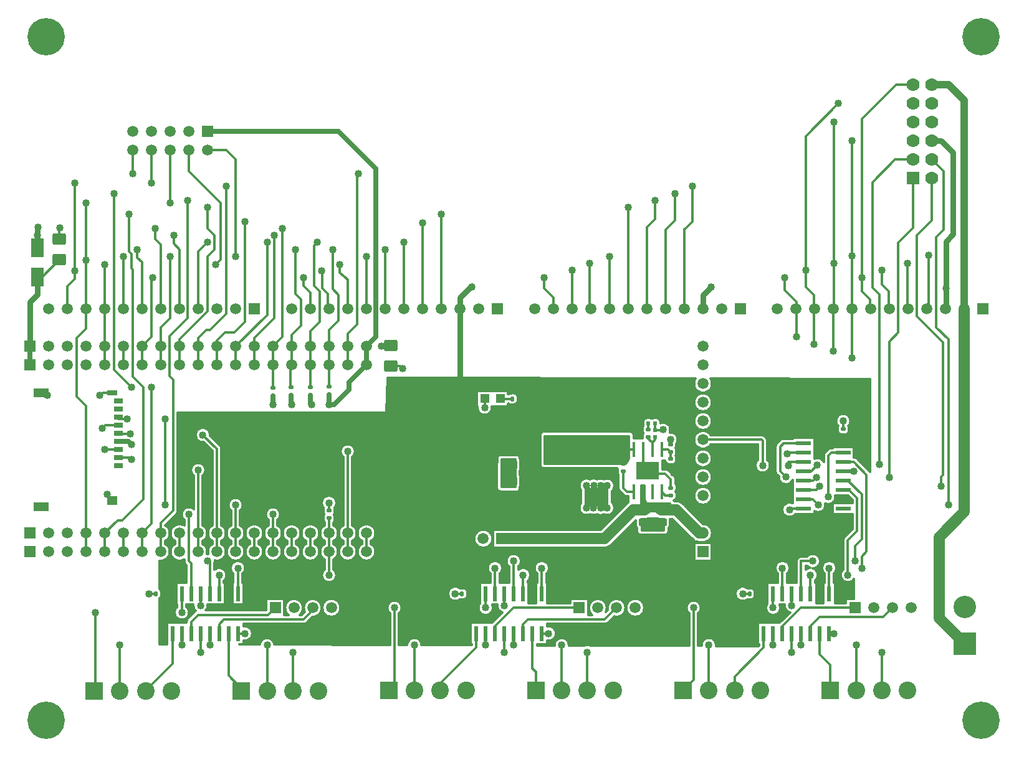
<source format=gbr>
G04 DipTrace 4.0.0.2*
G04 1 - Top.gbr*
%MOIN*%
G04 #@! TF.FileFunction,Copper,L1,Top*
G04 #@! TF.Part,Single*
%AMOUTLINE0*
4,1,28,
0.005315,-0.012008,
-0.005315,-0.012008,
-0.006742,-0.01182,
-0.008071,-0.011269,
-0.009212,-0.010394,
-0.010088,-0.009252,
-0.010639,-0.007923,
-0.010827,-0.006496,
-0.010827,0.006496,
-0.010639,0.007923,
-0.010088,0.009252,
-0.009212,0.010394,
-0.008071,0.011269,
-0.006742,0.01182,
-0.005315,0.012008,
0.005315,0.012008,
0.006742,0.01182,
0.008071,0.011269,
0.009212,0.010394,
0.010088,0.009252,
0.010639,0.007923,
0.010827,0.006496,
0.010827,-0.006496,
0.010639,-0.007923,
0.010088,-0.009252,
0.009212,-0.010394,
0.008071,-0.011269,
0.006742,-0.01182,
0.005315,-0.012008,
0*%
%AMOUTLINE3*
4,1,28,
-0.005315,0.012008,
0.005315,0.012008,
0.006742,0.01182,
0.008071,0.011269,
0.009212,0.010394,
0.010088,0.009252,
0.010639,0.007923,
0.010827,0.006496,
0.010827,-0.006496,
0.010639,-0.007923,
0.010088,-0.009252,
0.009212,-0.010394,
0.008071,-0.011269,
0.006742,-0.01182,
0.005315,-0.012008,
-0.005315,-0.012008,
-0.006742,-0.01182,
-0.008071,-0.011269,
-0.009212,-0.010394,
-0.010088,-0.009252,
-0.010639,-0.007923,
-0.010827,-0.006496,
-0.010827,0.006496,
-0.010639,0.007923,
-0.010088,0.009252,
-0.009212,0.010394,
-0.008071,0.011269,
-0.006742,0.01182,
-0.005315,0.012008,
0*%
%AMOUTLINE6*
4,1,28,
-0.025984,0.031496,
0.025984,0.031496,
0.02843,0.031174,
0.030709,0.03023,
0.032666,0.028729,
0.034167,0.026772,
0.035111,0.024493,
0.035433,0.022047,
0.035433,-0.022047,
0.035111,-0.024493,
0.034167,-0.026772,
0.032666,-0.028729,
0.030709,-0.03023,
0.02843,-0.031174,
0.025984,-0.031496,
-0.025984,-0.031496,
-0.02843,-0.031174,
-0.030709,-0.03023,
-0.032666,-0.028729,
-0.034167,-0.026772,
-0.035111,-0.024493,
-0.035433,-0.022047,
-0.035433,0.022047,
-0.035111,0.024493,
-0.034167,0.026772,
-0.032666,0.028729,
-0.030709,0.03023,
-0.02843,0.031174,
-0.025984,0.031496,
0*%
%AMOUTLINE9*
4,1,28,
-0.012008,-0.005315,
-0.012008,0.005315,
-0.01182,0.006741,
-0.01127,0.008071,
-0.010394,0.009212,
-0.009252,0.010088,
-0.007923,0.010639,
-0.006496,0.010827,
0.006496,0.010827,
0.007922,0.010639,
0.009252,0.010089,
0.010393,0.009213,
0.011269,0.008071,
0.01182,0.006742,
0.012008,0.005315,
0.012008,-0.005315,
0.01182,-0.006741,
0.01127,-0.008071,
0.010394,-0.009212,
0.009252,-0.010088,
0.007923,-0.010639,
0.006496,-0.010827,
-0.006496,-0.010827,
-0.007922,-0.010639,
-0.009252,-0.010089,
-0.010393,-0.009213,
-0.011269,-0.008071,
-0.01182,-0.006742,
-0.012008,-0.005315,
0*%
%AMOUTLINE12*
4,1,28,
0.012008,0.005315,
0.012008,-0.005315,
0.01182,-0.006741,
0.01127,-0.008071,
0.010394,-0.009212,
0.009252,-0.010088,
0.007923,-0.010639,
0.006496,-0.010827,
-0.006496,-0.010827,
-0.007922,-0.010639,
-0.009252,-0.010089,
-0.010393,-0.009213,
-0.011269,-0.008071,
-0.01182,-0.006742,
-0.012008,-0.005315,
-0.012008,0.005315,
-0.01182,0.006741,
-0.01127,0.008071,
-0.010394,0.009212,
-0.009252,0.010088,
-0.007923,0.010639,
-0.006496,0.010827,
0.006496,0.010827,
0.007922,0.010639,
0.009252,0.010089,
0.010393,0.009213,
0.011269,0.008071,
0.01182,0.006742,
0.012008,0.005315,
0*%
%AMOUTLINE15*
4,1,28,
-0.028937,-0.012008,
-0.028937,0.012008,
-0.028602,0.014555,
-0.027618,0.016929,
-0.026054,0.018968,
-0.024016,0.020532,
-0.021642,0.021515,
-0.019094,0.02185,
0.019094,0.02185,
0.021642,0.021515,
0.024016,0.020532,
0.026054,0.018968,
0.027618,0.016929,
0.028602,0.014555,
0.028937,0.012008,
0.028937,-0.012008,
0.028602,-0.014555,
0.027618,-0.016929,
0.026054,-0.018968,
0.024016,-0.020532,
0.021642,-0.021515,
0.019094,-0.02185,
-0.019094,-0.02185,
-0.021642,-0.021515,
-0.024016,-0.020532,
-0.026054,-0.018968,
-0.027618,-0.016929,
-0.028602,-0.014555,
-0.028937,-0.012008,
0*%
%AMOUTLINE18*
4,1,28,
0.028937,0.012008,
0.028937,-0.012008,
0.028602,-0.014555,
0.027618,-0.016929,
0.026054,-0.018968,
0.024016,-0.020532,
0.021642,-0.021515,
0.019094,-0.02185,
-0.019094,-0.02185,
-0.021642,-0.021515,
-0.024016,-0.020532,
-0.026054,-0.018968,
-0.027618,-0.016929,
-0.028602,-0.014555,
-0.028937,-0.012008,
-0.028937,0.012008,
-0.028602,0.014555,
-0.027618,0.016929,
-0.026054,0.018968,
-0.024016,0.020532,
-0.021642,0.021515,
-0.019094,0.02185,
0.019094,0.02185,
0.021642,0.021515,
0.024016,0.020532,
0.026054,0.018968,
0.027618,0.016929,
0.028602,0.014555,
0.028937,0.012008,
0*%
%AMOUTLINE21*
4,1,28,
0.004921,-0.011614,
-0.004921,-0.011614,
-0.006144,-0.011453,
-0.007283,-0.010981,
-0.008262,-0.01023,
-0.009013,-0.009252,
-0.009485,-0.008113,
-0.009646,-0.00689,
-0.009646,0.00689,
-0.009485,0.008113,
-0.009013,0.009252,
-0.008262,0.01023,
-0.007283,0.010981,
-0.006144,0.011453,
-0.004921,0.011614,
0.004921,0.011614,
0.006144,0.011453,
0.007283,0.010981,
0.008262,0.01023,
0.009013,0.009252,
0.009485,0.008113,
0.009646,0.00689,
0.009646,-0.00689,
0.009485,-0.008113,
0.009013,-0.009252,
0.008262,-0.01023,
0.007283,-0.010981,
0.006144,-0.011453,
0.004921,-0.011614,
0*%
%AMOUTLINE24*
4,1,28,
-0.004921,0.011614,
0.004921,0.011614,
0.006144,0.011453,
0.007283,0.010981,
0.008262,0.01023,
0.009013,0.009252,
0.009485,0.008113,
0.009646,0.00689,
0.009646,-0.00689,
0.009485,-0.008113,
0.009013,-0.009252,
0.008262,-0.01023,
0.007283,-0.010981,
0.006144,-0.011453,
0.004921,-0.011614,
-0.004921,-0.011614,
-0.006144,-0.011453,
-0.007283,-0.010981,
-0.008262,-0.01023,
-0.009013,-0.009252,
-0.009485,-0.008113,
-0.009646,-0.00689,
-0.009646,0.00689,
-0.009485,0.008113,
-0.009013,0.009252,
-0.008262,0.01023,
-0.007283,0.010981,
-0.006144,0.011453,
-0.004921,0.011614,
0*%
%AMOUTLINE27*
4,1,28,
0.011614,0.004921,
0.011614,-0.004921,
0.011453,-0.006144,
0.010981,-0.007283,
0.01023,-0.008262,
0.009252,-0.009013,
0.008113,-0.009485,
0.00689,-0.009646,
-0.00689,-0.009646,
-0.008113,-0.009485,
-0.009252,-0.009013,
-0.01023,-0.008262,
-0.010981,-0.007283,
-0.011453,-0.006144,
-0.011614,-0.004921,
-0.011614,0.004921,
-0.011453,0.006144,
-0.010981,0.007283,
-0.01023,0.008262,
-0.009252,0.009013,
-0.008113,0.009485,
-0.00689,0.009646,
0.00689,0.009646,
0.008113,0.009485,
0.009252,0.009013,
0.01023,0.008262,
0.010981,0.007283,
0.011453,0.006144,
0.011614,0.004921,
0*%
%AMOUTLINE30*
4,1,28,
-0.011614,-0.004921,
-0.011614,0.004921,
-0.011453,0.006144,
-0.010981,0.007283,
-0.01023,0.008262,
-0.009252,0.009013,
-0.008113,0.009485,
-0.00689,0.009646,
0.00689,0.009646,
0.008113,0.009485,
0.009252,0.009013,
0.01023,0.008262,
0.010981,0.007283,
0.011453,0.006144,
0.011614,0.004921,
0.011614,-0.004921,
0.011453,-0.006144,
0.010981,-0.007283,
0.01023,-0.008262,
0.009252,-0.009013,
0.008113,-0.009485,
0.00689,-0.009646,
-0.00689,-0.009646,
-0.008113,-0.009485,
-0.009252,-0.009013,
-0.01023,-0.008262,
-0.010981,-0.007283,
-0.011453,-0.006144,
-0.011614,-0.004921,
0*%
%AMOUTLINE33*
4,1,28,
-0.012008,0.028937,
0.012008,0.028937,
0.014555,0.028602,
0.016929,0.027618,
0.018968,0.026054,
0.020532,0.024016,
0.021515,0.021642,
0.02185,0.019094,
0.02185,-0.019094,
0.021515,-0.021642,
0.020532,-0.024016,
0.018968,-0.026054,
0.016929,-0.027618,
0.014555,-0.028602,
0.012008,-0.028937,
-0.012008,-0.028937,
-0.014555,-0.028602,
-0.016929,-0.027618,
-0.018968,-0.026054,
-0.020532,-0.024016,
-0.021515,-0.021642,
-0.02185,-0.019094,
-0.02185,0.019094,
-0.021515,0.021642,
-0.020532,0.024016,
-0.018968,0.026054,
-0.016929,0.027618,
-0.014555,0.028602,
-0.012008,0.028937,
0*%
%AMOUTLINE36*
4,1,28,
0.012008,-0.028937,
-0.012008,-0.028937,
-0.014555,-0.028602,
-0.016929,-0.027618,
-0.018968,-0.026054,
-0.020532,-0.024016,
-0.021515,-0.021642,
-0.02185,-0.019094,
-0.02185,0.019094,
-0.021515,0.021642,
-0.020532,0.024016,
-0.018968,0.026054,
-0.016929,0.027618,
-0.014555,0.028602,
-0.012008,0.028937,
0.012008,0.028937,
0.014555,0.028602,
0.016929,0.027618,
0.018968,0.026054,
0.020532,0.024016,
0.021515,0.021642,
0.02185,0.019094,
0.02185,-0.019094,
0.021515,-0.021642,
0.020532,-0.024016,
0.018968,-0.026054,
0.016929,-0.027618,
0.014555,-0.028602,
0.012008,-0.028937,
0*%
%AMOUTLINE39*
4,1,28,
-0.012205,-0.005315,
-0.012205,0.005315,
-0.01203,0.00664,
-0.011519,0.007874,
-0.010706,0.008934,
-0.009646,0.009747,
-0.008411,0.010259,
-0.007087,0.010433,
0.007087,0.010433,
0.008411,0.010259,
0.009646,0.009747,
0.010706,0.008934,
0.011519,0.007874,
0.01203,0.00664,
0.012205,0.005315,
0.012205,-0.005315,
0.01203,-0.00664,
0.011519,-0.007874,
0.010706,-0.008934,
0.009646,-0.009747,
0.008411,-0.010259,
0.007087,-0.010433,
-0.007087,-0.010433,
-0.008411,-0.010259,
-0.009646,-0.009747,
-0.010706,-0.008934,
-0.011519,-0.007874,
-0.01203,-0.00664,
-0.012205,-0.005315,
0*%
%AMOUTLINE42*
4,1,28,
0.012205,0.005315,
0.012205,-0.005315,
0.01203,-0.00664,
0.011519,-0.007874,
0.010706,-0.008934,
0.009646,-0.009747,
0.008411,-0.010259,
0.007087,-0.010433,
-0.007087,-0.010433,
-0.008411,-0.010259,
-0.009646,-0.009747,
-0.010706,-0.008934,
-0.011519,-0.007874,
-0.01203,-0.00664,
-0.012205,-0.005315,
-0.012205,0.005315,
-0.01203,0.00664,
-0.011519,0.007874,
-0.010706,0.008934,
-0.009646,0.009747,
-0.008411,0.010259,
-0.007087,0.010433,
0.007087,0.010433,
0.008411,0.010259,
0.009646,0.009747,
0.010706,0.008934,
0.011519,0.007874,
0.01203,0.00664,
0.012205,0.005315,
0*%
%AMOUTLINE45*
4,1,28,
0.005315,-0.012205,
-0.005315,-0.012205,
-0.00664,-0.01203,
-0.007874,-0.011519,
-0.008934,-0.010706,
-0.009747,-0.009646,
-0.010259,-0.008411,
-0.010433,-0.007087,
-0.010433,0.007087,
-0.010259,0.008411,
-0.009747,0.009646,
-0.008934,0.010706,
-0.007874,0.011519,
-0.00664,0.01203,
-0.005315,0.012205,
0.005315,0.012205,
0.00664,0.01203,
0.007874,0.011519,
0.008934,0.010706,
0.009747,0.009646,
0.010259,0.008411,
0.010433,0.007087,
0.010433,-0.007087,
0.010259,-0.008411,
0.009747,-0.009646,
0.008934,-0.010706,
0.007874,-0.011519,
0.00664,-0.01203,
0.005315,-0.012205,
0*%
%AMOUTLINE48*
4,1,28,
-0.005315,0.012205,
0.005315,0.012205,
0.00664,0.01203,
0.007874,0.011519,
0.008934,0.010706,
0.009747,0.009646,
0.010259,0.008411,
0.010433,0.007087,
0.010433,-0.007087,
0.010259,-0.008411,
0.009747,-0.009646,
0.008934,-0.010706,
0.007874,-0.011519,
0.00664,-0.01203,
0.005315,-0.012205,
-0.005315,-0.012205,
-0.00664,-0.01203,
-0.007874,-0.011519,
-0.008934,-0.010706,
-0.009747,-0.009646,
-0.010259,-0.008411,
-0.010433,-0.007087,
-0.010433,0.007087,
-0.010259,0.008411,
-0.009747,0.009646,
-0.008934,0.010706,
-0.007874,0.011519,
-0.00664,0.01203,
-0.005315,0.012205,
0*%
G04 #@! TA.AperFunction,Conductor*
%ADD14C,0.0256*%
%ADD15C,0.025*%
%ADD16C,0.029528*%
%ADD17C,0.012*%
%ADD18C,0.03*%
G04 #@! TA.AperFunction,ViaPad*
%ADD19C,0.04*%
G04 #@! TA.AperFunction,Conductor*
%ADD20C,0.06*%
%ADD23C,0.03937*%
G04 #@! TA.AperFunction,CopperBalancing*
%ADD24C,0.012008*%
%ADD25C,0.013*%
%ADD30R,0.066929X0.098425*%
%ADD31R,0.129921X0.098425*%
G04 #@! TA.AperFunction,ComponentPad*
%ADD32R,0.059055X0.059055*%
%ADD33C,0.059055*%
%ADD34R,0.098425X0.074803*%
%ADD36R,0.047244X0.047244*%
G04 #@! TA.AperFunction,ComponentPad*
%ADD37C,0.2*%
%ADD38R,0.051181X0.027559*%
%ADD39R,0.07874X0.047244*%
%ADD40R,0.055118X0.047244*%
%ADD41R,0.055118X0.031496*%
G04 #@! TA.AperFunction,ComponentPad*
%ADD42R,0.094488X0.094488*%
%ADD43C,0.094488*%
%ADD44R,0.12X0.12*%
%ADD45C,0.12*%
%ADD46R,0.023622X0.07874*%
%ADD47R,0.07874X0.023622*%
G04 #@! TA.AperFunction,ComponentPad*
%ADD48R,0.07X0.07*%
%ADD49C,0.07*%
%ADD50R,0.017717X0.084646*%
%ADD51R,0.122047X0.094488*%
%ADD109OUTLINE0*%
%ADD112OUTLINE3*%
%ADD115OUTLINE6*%
%ADD118OUTLINE9*%
%ADD121OUTLINE12*%
%ADD124OUTLINE15*%
%ADD127OUTLINE18*%
%ADD130OUTLINE21*%
%ADD133OUTLINE24*%
%ADD136OUTLINE27*%
%ADD139OUTLINE30*%
%ADD142OUTLINE33*%
%ADD145OUTLINE36*%
%ADD148OUTLINE39*%
%ADD151OUTLINE42*%
%ADD154OUTLINE45*%
%ADD157OUTLINE48*%
%FSLAX26Y26*%
G04*
G70*
G90*
G75*
G01*
G04 Top*
%LPD*%
X2244000Y2434157D2*
D14*
Y2534157D1*
X2294000Y2584157D1*
Y3484157D1*
X2094000Y3684157D1*
X1394000D1*
X919000Y2026579D2*
X970329D1*
X987751Y2009157D1*
X1744000Y2221657D2*
Y2270131D1*
X1840850Y2273331D2*
Y2224807D1*
X1844000Y2221657D1*
X1942867Y2273331D2*
Y2229039D1*
X1950249Y2221657D1*
X2044000Y2276382D2*
Y2221657D1*
X2043999D1*
D15*
X2070617D1*
X2152199Y2303240D1*
Y2342357D1*
X2244000Y2434157D1*
X5344000Y2846657D2*
D16*
Y2727907D1*
X5337749Y2734157D1*
X5340406D1*
X4044005D2*
Y2809163D1*
X4087749Y2852907D1*
X2744005Y2734157D2*
Y2796663D1*
X2806500Y2859157D1*
Y2852907D1*
X483601Y3062888D2*
Y3130213D1*
X483140D1*
Y3172579D1*
X485906D1*
X4794000Y2052366D2*
Y2015407D1*
X4794049D1*
X1206500Y1209256D2*
X1156598D1*
X1156500Y1209157D1*
X4369000Y1209256D2*
X4331598D1*
X4331500Y1209157D1*
X5269000Y3634157D2*
X5319000D1*
X5381500Y3571657D1*
Y3134256D1*
X5344000Y3096756D1*
Y2846657D1*
X3243777Y1779748D2*
D17*
Y1833755D1*
X3244364D1*
X3888029Y1854555D2*
X3871608Y1870975D1*
Y1889761D1*
X2744005Y2734157D2*
D18*
Y2345541D1*
X3089903D1*
X3064991Y2320629D1*
Y2252907D1*
X1644000Y1434157D2*
D17*
Y1534157D1*
X2244000Y1434157D2*
Y1534157D1*
X944000Y2434157D2*
Y2534157D1*
X885535Y1708469D2*
Y1711371D1*
X856500Y1740407D1*
X885535Y2286421D2*
X833764D1*
X819000Y2271657D1*
X503646Y2286421D2*
X522986D1*
X537749Y2271657D1*
X919000Y2113193D2*
X848035D1*
X831500Y2096657D1*
X4581450Y1665407D2*
X4512749D1*
X4506500Y1659157D1*
X4794049Y1865407D2*
X4850249D1*
X4794000Y2090949D2*
Y2134157D1*
X2375249Y2429039D2*
X2424117D1*
X2437749Y2415407D1*
X1356500Y1209256D2*
Y1146657D1*
X1556500Y996657D2*
X1594000D1*
X2981500Y1209256D2*
Y1146657D1*
X3181500Y996657D2*
X3219000D1*
X4519000Y1209256D2*
Y1146657D1*
X4719000Y996657D2*
X4744000D1*
X2755417Y1209157D2*
X2719000D1*
X1117917D2*
X1081500D1*
X4292917D2*
X4256500D1*
X2044000Y1654493D2*
Y1695734D1*
X3872303Y1776795D2*
Y1821202D1*
X3841710Y1851795D1*
X3787693D1*
X3778760D1*
X3764938D1*
X3747615Y1869118D1*
X3722615Y1982307D2*
Y1894118D1*
X3737921Y1878812D1*
X3747615Y1869118D1*
X3788243Y2120449D2*
Y2086749D1*
X3788928Y2086064D1*
X3829190D1*
X3830261Y2087135D1*
X3473308Y1724630D2*
Y1736374D1*
X3420986Y1788697D1*
X3473308Y1724630D2*
Y1774661D1*
X3459091Y1788879D1*
X3473308Y1724630D2*
Y1765307D1*
X3496114Y1788113D1*
X3473308Y1724630D2*
Y1730550D1*
X3531272Y1788513D1*
X3473308Y1724630D2*
X3475329D1*
X3531063Y1668896D1*
X3473308Y1724630D2*
Y1691093D1*
X3495906Y1668496D1*
X3473308Y1724630D2*
Y1683689D1*
X3458882Y1669262D1*
X3473308Y1724630D2*
Y1721612D1*
X3420777Y1669080D1*
X3709921Y1892387D2*
X3722615D1*
Y1894118D1*
X3749886Y1890778D2*
X3737921Y1878812D1*
X3747615Y1869118D2*
X3733190D1*
X3709921Y1892387D1*
X3747615Y1869118D2*
Y1888508D1*
X3749886Y1890778D1*
X3747615Y1869118D2*
X3765509D1*
X3786900Y1890509D1*
X3751117Y1847472D2*
X3778760D1*
Y1851795D1*
X3787693Y1847694D2*
Y1851795D1*
X3751117Y1847472D2*
X3709222D1*
X3708335Y1848360D1*
X3749886Y1890778D2*
Y1848703D1*
X3751117Y1847472D1*
X3749886Y1890778D2*
Y1885501D1*
X3787693Y1847694D1*
X2876638Y2253953D2*
Y2207251D1*
X2876098Y2206711D1*
X3028423Y1899433D2*
X2984455D1*
X2980112Y1903777D1*
X2980407Y1855390D2*
Y1903482D1*
X2980112Y1903777D1*
X2983357Y1812608D2*
X3028211D1*
X3028423Y1812819D1*
X3871516Y2008276D2*
Y2033882D1*
X3870428Y2034970D1*
X3731639Y1591331D2*
Y1573168D1*
X3741323Y1563484D1*
X3773997D1*
X3775705Y1565192D1*
X3819194Y1591331D2*
Y1571374D1*
X3814718Y1566898D1*
X3777411D1*
X3775705Y1565192D1*
X601899Y3108451D2*
Y3167761D1*
X603860Y3169720D1*
X925496Y689276D2*
Y934157D1*
X1256500D2*
Y996657D1*
X1206500D2*
Y834157D1*
X1063291Y690949D1*
Y689276D1*
X2144000Y1434157D2*
Y1534157D1*
X919000Y1983272D2*
X844000D1*
X2144000Y1971657D2*
Y1534157D1*
X2044000Y2434157D2*
Y2534157D1*
X2344005Y2734157D2*
Y3052907D1*
X2062751D2*
Y2840407D1*
X2094000Y2809157D1*
Y2671657D1*
X2044000Y2621657D1*
Y2534157D1*
Y2316933D2*
Y2434157D1*
X1256500Y1209256D2*
Y1109157D1*
X794000D2*
Y695575D1*
X787701Y689276D1*
X1844000Y2434157D2*
Y2534157D1*
X1044005Y2734157D2*
Y2984152D1*
X1019000Y3009157D1*
Y3052907D1*
X1862749D2*
Y2815408D1*
X1894000Y2784157D1*
Y2646657D1*
X1844000Y2596657D1*
Y2534157D1*
X1840850Y2313882D2*
X1837749D1*
Y2440408D1*
X1844000Y2434157D1*
X1306500Y1209256D2*
Y1371657D1*
X1294000Y1384157D1*
Y1634157D1*
X1744000D2*
Y1434157D1*
X1344000D2*
Y1534157D1*
X919000Y1939965D2*
X969442D1*
X981500Y1927907D1*
X987751D1*
X1344000Y1871657D2*
Y1534157D1*
X4044000Y2034165D2*
X4356507D1*
X4362749Y2027923D1*
Y1896657D1*
X4500251D2*
Y1915407D1*
X4581450D1*
X1444000Y1434157D2*
Y1534157D1*
X919000Y2069886D2*
Y2065407D1*
X981500D1*
X1369000Y2059157D2*
X1444000Y1984157D1*
Y1534157D1*
X1144000Y2534157D2*
Y2434157D1*
Y2534157D2*
Y2634157D1*
X1194000Y2684157D1*
Y3015407D1*
X5250249Y3021657D2*
Y2724314D1*
X5240406Y2734157D1*
X2244000Y3015407D2*
X2244005D1*
Y2734157D1*
X944005Y3015407D2*
Y2734157D1*
X4840406Y2471657D2*
Y2734157D1*
X4837749Y2736814D1*
X4841638Y3018803D2*
Y2732925D1*
X4840406Y2734157D1*
X3544000Y3015407D2*
X3544005D1*
Y2734157D1*
X1394000Y3584157D2*
X1494000D1*
X1544000Y3534157D1*
Y3015407D1*
X4841638Y3634157D2*
Y3018803D1*
X1712898Y689276D2*
Y934157D1*
X1406500D2*
Y996657D1*
X1850693Y689276D2*
Y896657D1*
X1356500D2*
Y996657D1*
X1575102Y689276D2*
Y703055D1*
X1506500Y771657D1*
Y996657D1*
X2881500Y1209256D2*
Y1134157D1*
X2394000D2*
Y723055D1*
X2362504Y691559D1*
X2500299D2*
Y934157D1*
X2881500D2*
Y996657D1*
X1444000Y2534157D2*
Y2434157D1*
X2544005Y2734157D2*
Y3196651D1*
X1594000Y3202907D2*
Y2665408D1*
X1537749Y2609157D1*
X1487751D1*
X1444000Y2565407D1*
Y2534157D1*
X3425496Y691559D2*
Y896657D1*
X2981500D2*
Y996657D1*
X4487743Y1834165D2*
X4456500Y1865408D1*
Y1996657D1*
X4475249Y2015407D1*
X4581450D1*
X1544000Y1434157D2*
Y1534157D1*
X919000Y2156500D2*
Y2146657D1*
X962751D1*
X1169000D2*
Y1684157D1*
X1544000D2*
Y1534157D1*
X2638094Y691559D2*
Y728252D1*
X2831500Y921657D1*
Y996657D1*
X1744000Y2434157D2*
Y2534157D1*
X1144005Y2734157D2*
Y3077902D1*
X1112749Y3109157D1*
Y3165407D1*
X1794000D2*
Y2584157D1*
X1744000Y2534157D1*
Y2310682D2*
Y2434157D1*
X4724709Y691559D2*
Y828449D1*
X4669000Y884157D1*
Y996657D1*
X3149906Y691559D2*
Y790752D1*
X3131500Y809157D1*
Y996657D1*
X3287701Y691559D2*
Y934157D1*
X3031500D2*
Y996657D1*
X4419000Y1209256D2*
Y1134157D1*
X3994000D2*
Y748252D1*
X3937307Y691559D1*
X4075102D2*
Y934157D1*
X4419000D2*
Y996657D1*
X4212898Y691559D2*
Y765555D1*
X4369000Y921657D1*
Y996657D1*
X1644000Y2534157D2*
Y2434157D1*
X1244005Y2734157D2*
Y3052902D1*
X1212749Y3084157D1*
Y3127907D1*
X1750249D2*
Y2684156D1*
X1644000Y2577907D1*
Y2534157D1*
X3616444Y1865114D2*
Y1776500D1*
X3637014Y1755929D1*
X3672615D1*
X1244000Y2534157D2*
Y2434157D1*
X3644005Y2734157D2*
Y3277907D1*
X1394000D2*
Y3165408D1*
X1431500Y3127908D1*
Y3052907D1*
X1394000Y3015407D1*
Y2721657D1*
X1244000Y2571657D1*
Y2534157D1*
X4862504Y691559D2*
Y934157D1*
X4569000D2*
Y996657D1*
X5000299Y691559D2*
Y896657D1*
X4519000D2*
Y996657D1*
X3616444Y1903697D2*
Y1966864D1*
X3631887Y1982307D1*
X3672615D1*
X3822615D2*
X3856933D1*
X3871516Y1967724D1*
Y1930404D1*
X3871608Y1930312D1*
X3822615Y1755929D2*
Y1753961D1*
X3840332Y1736244D1*
X3872303D1*
X1944000Y1434157D2*
Y1534157D1*
X4494001Y1959157D2*
X4500251Y1965407D1*
X4581450D1*
X2044000Y1434157D2*
Y1534157D1*
X4794049Y1765407D2*
X4825251D1*
X4869000Y1721657D1*
Y1546657D1*
X4819000Y1496657D1*
Y1309157D1*
X2044000D2*
Y1434157D1*
X1456500Y1209256D2*
Y1309157D1*
X3081500Y1209256D2*
X3082322Y1309157D1*
X4619000D2*
Y1209256D1*
X2044000Y1534157D2*
Y1613942D1*
X4581450Y1865407D2*
X4623675D1*
X4655417Y1897150D1*
X4988882Y1901480D2*
Y2810929D1*
X4949906Y2849906D1*
Y3412898D1*
X5071165Y3534157D1*
X5169000D1*
X1844000Y1434157D2*
Y1534157D1*
X4581450Y1815407D2*
X4634304D1*
X4651087Y1832189D1*
X5040850D2*
Y2559748D1*
X5088488Y2607386D1*
Y3088094D1*
X5169000Y3168606D1*
Y3434157D1*
X3751089Y2047391D2*
Y2038854D1*
X3772615Y2017328D1*
Y1982307D1*
X3788928Y2049056D2*
Y2033640D1*
X3772615Y2017328D1*
X3751235Y2120449D2*
Y2088088D1*
X3751089Y2087942D1*
X944000Y1434157D2*
Y1534157D1*
X1144000Y1434157D2*
Y1534157D1*
X3744005Y2734157D2*
Y3171663D1*
X3787749Y3215407D1*
Y3315407D1*
X1287749D2*
Y2684156D1*
X1191244Y2587651D1*
Y2374413D1*
X1210929Y2354728D1*
Y1653843D1*
X1144000Y1586913D1*
Y1534157D1*
X4713734Y1727907D2*
Y1947640D1*
X4731500Y1965407D1*
X4794049D1*
X1944000Y2434157D2*
Y2534157D1*
X2444005Y2734157D2*
Y3090407D1*
X1981499D2*
X1962749Y3071657D1*
Y2859157D1*
X1994000Y2827907D1*
Y2665407D1*
X1944000Y2615407D1*
Y2534157D1*
X1942867Y2313882D2*
Y2433025D1*
X1944000Y2434157D1*
X1544000Y2534157D2*
Y2434157D1*
X1344005Y2734157D2*
Y3040412D1*
X1394000Y3090407D1*
X1712749D2*
Y2702907D1*
X1544000Y2534157D1*
X4581450Y1765407D2*
X4649265D1*
X4668409Y1784551D1*
X5318016D2*
Y1836520D1*
X5326677Y1845181D1*
Y2555417D1*
X5188094Y2694000D1*
Y3127071D1*
X5269000Y3207976D1*
Y3434157D1*
X844000Y2434157D2*
Y2534157D1*
X844014Y2734157D2*
Y2534172D1*
X844000Y2534157D1*
X844014Y2734157D2*
Y2971657D1*
X5137749Y2977907D2*
Y2736814D1*
X5140406Y2734157D1*
X4740415Y2509157D2*
Y2734157D1*
X4737749Y2736823D1*
X2100249Y2971657D2*
Y2927908D1*
X2144014Y2890395D1*
Y2734157D1*
X4744000Y2977907D2*
Y2730572D1*
X4740415Y2734157D1*
X3437749Y2977907D2*
Y2740423D1*
X3444014Y2734157D1*
X1294000Y3584157D2*
Y3471656D1*
X1462749Y3302907D1*
Y2996936D1*
X1437471Y2971657D1*
X4744000Y3734157D2*
Y2977907D1*
X844000Y1434157D2*
Y1534157D1*
X2644005Y2734157D2*
Y3240407D1*
X975251D2*
Y3040406D1*
X987749Y3027907D1*
Y2952908D1*
X994000Y2946657D1*
Y2371656D1*
X1050249Y2315407D1*
Y1715406D1*
X937751Y1602907D1*
X912749D1*
X844000Y1534157D1*
X1044000Y1434157D2*
Y1534157D1*
X3844005Y2734157D2*
Y3159163D1*
X3894000Y3209157D1*
Y3353079D1*
X894000D2*
Y2409156D1*
X987749Y2315407D1*
X1094000D2*
Y1586126D1*
X1043016Y1535142D1*
X1044000Y1534157D1*
X1756500Y1134157D2*
X1719000Y1096657D1*
X1344000D1*
X1306500Y1059157D1*
Y996657D1*
X1956500Y1134157D2*
Y1121657D1*
X1906500Y1071657D1*
X1481500D1*
X1456500Y1046657D1*
Y996657D1*
X3381500Y1134157D2*
X3031500D1*
X2931500Y1034157D1*
Y996657D1*
X3581500Y1134157D2*
X3519000Y1071657D1*
X3106500D1*
X3081500Y1046657D1*
Y996657D1*
X4856500Y1134157D2*
X4569000D1*
X4469000Y1034157D1*
Y996657D1*
X5056500Y1134157D2*
X5006500Y1084157D1*
X4669000D1*
X4619000Y1034157D1*
Y996657D1*
X3024440Y2252907D2*
X2959315D1*
Y2253953D1*
X744000Y1434157D2*
Y1534157D1*
Y2215407D1*
X694000Y2265407D1*
Y2577908D1*
X744000Y2627908D1*
Y2996657D1*
X5000249Y2940407D2*
Y2865408D1*
X5037749Y2827908D1*
Y2734157D1*
X5040406D1*
X2004874Y2937543D2*
X2006500D1*
Y2846657D1*
X2037749Y2815408D1*
Y2740423D1*
X2044014Y2734157D1*
X4637749Y2546657D2*
Y2734157D1*
X4640415D1*
X4594000Y2940407D2*
Y2852907D1*
X4637749Y2809157D1*
Y2734157D1*
X3344014D2*
X3344000Y2940407D1*
X1194000Y3584157D2*
Y3302908D1*
X744000D2*
Y2996657D1*
X4769000Y3834157D2*
X4594000Y3659157D1*
Y2940407D1*
X2931500Y1209256D2*
Y1346657D1*
X1556500D2*
Y1209256D1*
X1044000Y2434157D2*
Y2534157D1*
X644014Y2734157D2*
Y2856383D1*
X682484Y2894853D1*
Y2939423D1*
X4481500Y2902907D2*
Y2834157D1*
X4544000Y2771657D1*
Y2730572D1*
X4540415Y2734157D1*
X4544000Y2584157D2*
Y2737743D1*
X4540415Y2734157D1*
X3244014D2*
Y2796643D1*
X3194000Y2846657D1*
Y2902907D1*
X1101795D2*
X1094000D1*
Y2584157D1*
X1044000Y2534157D1*
X1906500Y2902907D2*
Y2859157D1*
X1944014Y2821643D1*
Y2734157D1*
X4894000Y2902907D2*
Y2827908D1*
X4937749Y2784159D1*
Y2736814D1*
X4940406Y2734157D1*
X1094000Y3584157D2*
Y3409157D1*
X682484D2*
Y2939423D1*
X5169000Y3934157D2*
X5077071D1*
X4894000Y3751087D1*
Y2902907D1*
X1344000Y2434157D2*
Y2534157D1*
Y2577907D1*
X1387751Y2621657D1*
X1406500D1*
X1494000Y2709157D1*
Y3390407D1*
X3987749D2*
Y3202907D1*
X3947942Y3163100D1*
X3944005D1*
Y2734157D1*
X2144000Y2434157D2*
Y2534157D1*
X994000Y3584157D2*
Y3459157D1*
X2200249D2*
X2194000Y3452908D1*
Y2652907D1*
X2144000Y2602907D1*
Y2534157D1*
X2325251D2*
X2370131D1*
X2375249Y2539276D1*
X3181500Y1209256D2*
Y1346657D1*
X4469000D2*
Y1209256D1*
X1244000Y1434157D2*
Y1534157D1*
X4794049Y1815407D2*
X4819001D1*
X4894000Y1740408D1*
Y1502907D1*
X4856500Y1465407D1*
Y1384157D1*
X1406500Y1209256D2*
Y1384157D1*
X1394000D1*
X3031500Y1209256D2*
Y1384157D1*
X4569000Y1209256D2*
Y1384157D1*
X4631500D1*
X4719000Y1209256D2*
Y1346657D1*
X4894000D2*
Y1409157D1*
X4919000Y1434157D1*
Y1846657D1*
X4850251Y1915407D1*
X4794049D1*
X4581450Y1715407D2*
X4629286D1*
X4659748Y1684945D1*
X5356500D2*
Y2571657D1*
X5292031Y2636126D1*
Y3119689D1*
X5331500Y3159157D1*
Y3471657D1*
X5269000Y3534157D1*
X444000Y2434157D2*
D15*
Y2534157D1*
D18*
Y2771657D1*
X483604Y2811261D1*
Y2905408D1*
D17*
X509092D1*
X601899Y2998215D1*
X5440406Y2734157D2*
D20*
Y1647098D1*
X5306500Y1513193D1*
Y1077906D1*
X5443999Y940407D1*
X5269000Y3934157D2*
D23*
X5356500D1*
X5440406Y3850252D1*
Y2734157D1*
X4044000Y1534165D2*
D20*
X4023957D1*
X3899862Y1658260D1*
X3819194D1*
X3731639D2*
X3671020D1*
X3517076Y1504316D1*
X2969000D1*
D19*
X987751Y2009157D3*
X1744000Y2221657D3*
X5344000Y2846657D3*
X4087749Y2852907D3*
X2806500D3*
X5344000Y2846657D3*
X3888029Y1854555D3*
X925496Y934157D3*
X1256500D3*
X844000Y1983272D3*
X2144000Y1971657D3*
X2344005Y3052907D3*
X2062751D3*
X1256500Y1109157D3*
X794000D3*
X1019000Y3052907D3*
X1862749D3*
X1294000Y1634157D3*
X1744000D3*
X987751Y1927907D3*
X1344000Y1871657D3*
X4362749Y1896657D3*
X4500251D3*
X981500Y2065407D3*
X1369000Y2059157D3*
X1194000Y3015407D3*
X5250249Y3021657D3*
X2244000Y3015407D3*
X944005D3*
X1194000D3*
X4840406Y2471657D3*
X4841638Y3018803D3*
X3544000Y3015407D3*
X1544000D3*
X4841638Y3634157D3*
Y3018803D3*
X1712898Y934157D3*
X1406500D3*
X1850693Y896657D3*
X1356500D3*
X2881500Y1134157D3*
X2394000D3*
X2500299Y934157D3*
X2881500D3*
X2544005Y3196651D3*
X1594000Y3202907D3*
X3425496Y896657D3*
X2981500D3*
X4487743Y1834165D3*
X962751Y2146657D3*
X1169000D3*
Y1684157D3*
X1544000D3*
X1112749Y3165407D3*
X1794000D3*
X3287701Y934157D3*
X3031500D3*
X4419000Y1134157D3*
X3994000D3*
X4075102Y934157D3*
X4419000D3*
X1212749Y3127907D3*
X1750249D3*
X3644005Y3277907D3*
X1394000D3*
X4862504Y934157D3*
X4569000D3*
X5000299Y896657D3*
X4519000D3*
X4494001Y1959157D3*
X4819000Y1309157D3*
X2044000D3*
X1456500D3*
X3082322D3*
X4619000D3*
X4655417Y1897150D3*
X4988882Y1901480D3*
X4651087Y1832189D3*
X5040850D3*
X3787749Y3315407D3*
X1287749D3*
X4713734Y1727907D3*
X2444005Y3090407D3*
X1981499D3*
X1394000D3*
X1712749D3*
X4668409Y1784551D3*
X5318016D3*
X844014Y2971657D3*
X5137749Y2977907D3*
X4740415Y2509157D3*
X2100249Y2971657D3*
X4744000Y2977907D3*
X3437749D3*
X1437471Y2971657D3*
X4744000Y3734157D3*
Y2977907D3*
X2644005Y3240407D3*
X975251D3*
X3894000Y3353079D3*
X894000D3*
X987749Y2315407D3*
X1094000D3*
X744000Y2996657D3*
X5000249Y2940407D3*
X2004874Y2937543D3*
X4637749Y2546657D3*
X4594000Y2940407D3*
X3344000D3*
X1194000Y3302908D3*
X744000D3*
X4769000Y3834157D3*
X4594000Y2940407D3*
X2931500Y1346657D3*
X1556500D3*
X682484Y2939423D3*
X4481500Y2902907D3*
X4544000Y2584157D3*
X3194000Y2902907D3*
X1101795D3*
X1906500D3*
X4894000D3*
X1094000Y3409157D3*
X682484D3*
X4894000Y2902907D3*
X1494000Y3390407D3*
X3987749D3*
X994000Y3459157D3*
X2200249D3*
X2325251Y2534157D3*
X3181500Y1346657D3*
X4469000D3*
X4856500Y1384157D3*
X1394000D3*
X3031500D3*
X4631500D3*
X4719000Y1346657D3*
X4894000D3*
X4659748Y1684945D3*
X5356500D3*
X2044000Y1695734D3*
X4256500Y1209157D3*
X2719000D3*
X1081500D3*
X1356500Y1146657D3*
X1594000Y996657D3*
X483140Y3130213D3*
X485906Y3172579D3*
X1844000Y2221657D3*
X1950249D3*
X2043999D3*
X4506500Y1659157D3*
X4850249Y1865407D3*
X4794000Y2134157D3*
X537749Y2271657D3*
X819000D3*
X856500Y1740407D3*
X831500Y2096657D3*
X2437749Y2415407D3*
X2981500Y1146657D3*
X3219000Y996657D3*
X4519000Y1146657D3*
X4744000Y996657D3*
X3244364Y1833755D3*
X3830261Y2087135D3*
X3420986Y1788697D3*
X3459091Y1788879D3*
X3496114Y1788113D3*
X3531272Y1788513D3*
X3420777Y1669080D3*
X3458882Y1669262D3*
X3495906Y1668496D3*
X3531063Y1668896D3*
X3709921Y1892387D3*
X3749886Y1890778D3*
X3786900Y1890509D3*
X3708335Y1848360D3*
X3751117Y1847472D3*
X3787693Y1847694D3*
X2876098Y2206711D3*
X2980112Y1903777D3*
X2980407Y1855390D3*
X2983357Y1812608D3*
X3870428Y2034970D3*
X3741323Y1563484D3*
X3775705Y1565192D3*
X3814718Y1566898D3*
X603860Y3169720D3*
X2356859Y2353777D2*
D24*
X3998973D1*
X4089018D2*
X4936784D1*
X2356460Y2341900D2*
X3995408D1*
X4092583D2*
X4936784D1*
X2356062Y2330024D2*
X3994963D1*
X4093052D2*
X4936784D1*
X2355663Y2318147D2*
X3997519D1*
X4090472D2*
X4936784D1*
X2355288Y2306270D2*
X4003711D1*
X4084304D2*
X4936784D1*
X2354889Y2294394D2*
X2833318D1*
X3002634D2*
X4015883D1*
X4072132D2*
X4936784D1*
X2354490Y2282517D2*
X2833318D1*
X3002634D2*
X3010833D1*
X3038024D2*
X4936784D1*
X2354092Y2270640D2*
X2833318D1*
X3052026D2*
X4011567D1*
X4076424D2*
X4936784D1*
X2353693Y2258764D2*
X2833318D1*
X3054559D2*
X4001553D1*
X4086438D2*
X4936784D1*
X2353294Y2246887D2*
X2833318D1*
X3054559D2*
X3996487D1*
X4091504D2*
X4936784D1*
X2352895Y2235010D2*
X2833318D1*
X3051955D2*
X3994799D1*
X4093216D2*
X4936784D1*
X2352497Y2223134D2*
X2833318D1*
X3002634D2*
X3011373D1*
X3037485D2*
X3996065D1*
X4091950D2*
X4936784D1*
X2352122Y2211257D2*
X2836672D1*
X2915530D2*
X4000592D1*
X4087400D2*
X4936784D1*
X2351723Y2199381D2*
X2837118D1*
X2915084D2*
X4009691D1*
X4078324D2*
X4936784D1*
X2351324Y2187504D2*
X2841550D1*
X2910652D2*
X4031432D1*
X4056583D2*
X4936784D1*
X1236632Y2175627D2*
X2852198D1*
X2900004D2*
X4018580D1*
X4069435D2*
X4936784D1*
X1236632Y2163751D2*
X4004977D1*
X4083014D2*
X4768181D1*
X4819810D2*
X4936784D1*
X1236632Y2151874D2*
X3998152D1*
X4089839D2*
X4758635D1*
X4829379D2*
X4936784D1*
X1236632Y2139997D2*
X3725653D1*
X3813822D2*
X3995127D1*
X4092865D2*
X4754742D1*
X4833248D2*
X4936784D1*
X1236632Y2128121D2*
X3721901D1*
X3817575D2*
X3995150D1*
X4092841D2*
X4754789D1*
X4833225D2*
X4936784D1*
X1236632Y2116244D2*
X3721901D1*
X3856647D2*
X3998246D1*
X4089745D2*
X4758729D1*
X4829261D2*
X4936784D1*
X1236632Y2104367D2*
X3721971D1*
X3865888D2*
X4005141D1*
X4082850D2*
X4763701D1*
X4824289D2*
X4936784D1*
X1236632Y2092491D2*
X1348540D1*
X1389451D2*
X3719180D1*
X3869570D2*
X4018932D1*
X4069060D2*
X4762294D1*
X4825697D2*
X4936784D1*
X1236632Y2080614D2*
X1335852D1*
X1402163D2*
X3719274D1*
X3869406D2*
X4030611D1*
X4057380D2*
X4762834D1*
X4825181D2*
X4936784D1*
X1236632Y2068738D2*
X1330528D1*
X1407486D2*
X3174487D1*
X3672519D2*
X3723707D1*
X3890114D2*
X4009480D1*
X4078535D2*
X4769260D1*
X4818755D2*
X4936784D1*
X1236632Y2056861D2*
X1329379D1*
X1408636D2*
X3172119D1*
X3674887D2*
X3719556D1*
X3903295D2*
X4000474D1*
X4366911D2*
X4936784D1*
X1236632Y2044984D2*
X1332006D1*
X1419002D2*
X3172119D1*
X3674887D2*
X3719180D1*
X3908806D2*
X3996018D1*
X4381523D2*
X4522395D1*
X4640513D2*
X4936784D1*
X1236632Y2033108D2*
X1339464D1*
X1430892D2*
X3172119D1*
X3910073D2*
X3994799D1*
X4387878D2*
X4457125D1*
X4640513D2*
X4936784D1*
X1236632Y2021231D2*
X1361228D1*
X1442760D2*
X3172119D1*
X3907587D2*
X3996558D1*
X4388441D2*
X4445235D1*
X4640513D2*
X4936784D1*
X1236632Y2009354D2*
X1382969D1*
X1454650D2*
X2135009D1*
X2152983D2*
X3172119D1*
X3903412D2*
X4001694D1*
X4086321D2*
X4337047D1*
X4388441D2*
X4434353D1*
X4640513D2*
X4936784D1*
X1236632Y1997478D2*
X1394836D1*
X1465743D2*
X2114253D1*
X2173739D2*
X3172119D1*
X3902779D2*
X4011825D1*
X4076190D2*
X4337047D1*
X4388441D2*
X4430811D1*
X4640513D2*
X4936784D1*
X1236632Y1985601D2*
X1406727D1*
X1469660D2*
X2106912D1*
X2181080D2*
X3172119D1*
X3899800D2*
X4337047D1*
X4388441D2*
X4430811D1*
X4640513D2*
X4716444D1*
X4853113D2*
X4936784D1*
X1236632Y1973724D2*
X1418312D1*
X1469683D2*
X2104356D1*
X2183636D2*
X3172119D1*
X3903412D2*
X4015578D1*
X4072414D2*
X4337047D1*
X4388441D2*
X4430811D1*
X4640513D2*
X4703990D1*
X4853113D2*
X4936784D1*
X1236632Y1961848D2*
X1418312D1*
X1469683D2*
X2105575D1*
X2182416D2*
X3172119D1*
X3903412D2*
X4003570D1*
X4084445D2*
X4337047D1*
X4388441D2*
X4430811D1*
X4640513D2*
X4692592D1*
X4853113D2*
X4936784D1*
X1236632Y1949971D2*
X1418312D1*
X1469683D2*
X2110993D1*
X2176999D2*
X2951169D1*
X3057092D2*
X3172119D1*
X3899871D2*
X3997449D1*
X4090543D2*
X4337047D1*
X4388441D2*
X4430811D1*
X4640513D2*
X4688160D1*
X4853113D2*
X4936784D1*
X1236632Y1938094D2*
X1418312D1*
X1469683D2*
X2118310D1*
X2169682D2*
X2941811D1*
X3066004D2*
X3172119D1*
X3903365D2*
X3994939D1*
X4093052D2*
X4337047D1*
X4388441D2*
X4430811D1*
X4640513D2*
X4688042D1*
X4860688D2*
X4936784D1*
X1236632Y1926218D2*
X1418312D1*
X1469683D2*
X2118310D1*
X2169682D2*
X2941225D1*
X3068912D2*
X3172119D1*
X3903506D2*
X3995432D1*
X4092560D2*
X4336906D1*
X4388605D2*
X4430811D1*
X4681860D2*
X4688036D1*
X4875276D2*
X4936784D1*
X1236632Y1914341D2*
X1418312D1*
X1469683D2*
X2118310D1*
X2169682D2*
X2941178D1*
X3069967D2*
X3172119D1*
X3828340D2*
X3842261D1*
X3900973D2*
X3999067D1*
X4088948D2*
X4327360D1*
X4398151D2*
X4430811D1*
X4887143D2*
X4936784D1*
X1236632Y1902465D2*
X1319716D1*
X1368273D2*
X1418312D1*
X1469683D2*
X2118310D1*
X2169682D2*
X2940451D1*
X3069967D2*
X3172119D1*
X3828340D2*
X3856263D1*
X3886948D2*
X4006736D1*
X4081279D2*
X4323491D1*
X4401997D2*
X4430811D1*
X4899034D2*
X4936784D1*
X1236632Y1890588D2*
X1309280D1*
X1378710D2*
X1418312D1*
X1469683D2*
X2118310D1*
X2169682D2*
X2941084D1*
X3069967D2*
X3174370D1*
X3828340D2*
X4022637D1*
X4065378D2*
X4323538D1*
X4401950D2*
X4430811D1*
X4910901D2*
X4936784D1*
X1236632Y1878711D2*
X1304965D1*
X1383049D2*
X1418312D1*
X1469683D2*
X2118310D1*
X2169682D2*
X2941037D1*
X3069920D2*
X3586226D1*
X3828340D2*
X4024865D1*
X4063126D2*
X4327501D1*
X4398010D2*
X4430811D1*
X4922792D2*
X4936784D1*
X1236632Y1866835D2*
X1304613D1*
X1383400D2*
X1418312D1*
X1469683D2*
X2118310D1*
X2169682D2*
X2940990D1*
X3066543D2*
X3584749D1*
X3862510D2*
X4007604D1*
X4080388D2*
X4337211D1*
X4388277D2*
X4430811D1*
X1236632Y1854958D2*
X1308107D1*
X1379882D2*
X1418312D1*
X1469683D2*
X2118310D1*
X2169682D2*
X2940709D1*
X3066332D2*
X3585241D1*
X3874378D2*
X3999513D1*
X4088479D2*
X4433156D1*
X1236632Y1843081D2*
X1317019D1*
X1370994D2*
X1418312D1*
X1469683D2*
X2118310D1*
X2169682D2*
X2940897D1*
X3067669D2*
X3590752D1*
X3886268D2*
X3995620D1*
X4092395D2*
X4442983D1*
X1236632Y1831205D2*
X1318309D1*
X1369704D2*
X1418312D1*
X1469683D2*
X2118310D1*
X2169682D2*
X2940850D1*
X3069967D2*
X3590752D1*
X3895860D2*
X3994869D1*
X4093123D2*
X4448166D1*
X1236632Y1819328D2*
X1318309D1*
X1369704D2*
X1418312D1*
X1469683D2*
X2118310D1*
X2169682D2*
X2940826D1*
X3069967D2*
X3396469D1*
X3555536D2*
X3590752D1*
X3897995D2*
X3997121D1*
X4090871D2*
X4451028D1*
X1236632Y1807451D2*
X1318309D1*
X1369704D2*
X1418312D1*
X1469683D2*
X2118310D1*
X2169682D2*
X2940779D1*
X3069967D2*
X3386173D1*
X3565972D2*
X3590752D1*
X3897995D2*
X4002890D1*
X4085102D2*
X4458837D1*
X1236632Y1795575D2*
X1318309D1*
X1369704D2*
X1418312D1*
X1469683D2*
X2118310D1*
X2169682D2*
X2940732D1*
X3069967D2*
X3381905D1*
X3570311D2*
X3590752D1*
X3899988D2*
X4014218D1*
X4073774D2*
X4522395D1*
X1236632Y1783698D2*
X1318309D1*
X1369704D2*
X1418312D1*
X1469683D2*
X2118310D1*
X2169682D2*
X2940686D1*
X3068138D2*
X3381623D1*
X3570663D2*
X3590752D1*
X3904139D2*
X4522395D1*
X1236632Y1771822D2*
X1318309D1*
X1369704D2*
X1418312D1*
X1469683D2*
X2118310D1*
X2169682D2*
X2940944D1*
X3066097D2*
X3385188D1*
X3567168D2*
X3591198D1*
X3904210D2*
X4012998D1*
X4074993D2*
X4522395D1*
X1236632Y1759945D2*
X1318309D1*
X1369704D2*
X1418312D1*
X1469683D2*
X2118310D1*
X2169682D2*
X2948613D1*
X3060094D2*
X3388659D1*
X3558280D2*
X3597202D1*
X3901184D2*
X4002280D1*
X4085711D2*
X4522395D1*
X1236632Y1748068D2*
X1318309D1*
X1369704D2*
X1418312D1*
X1469683D2*
X2118310D1*
X2169682D2*
X3388659D1*
X3557951D2*
X3609046D1*
X3903295D2*
X3996839D1*
X4091152D2*
X4522395D1*
X1236632Y1736192D2*
X1318309D1*
X1369704D2*
X1418312D1*
X1469683D2*
X2118310D1*
X2169682D2*
X3388659D1*
X3557951D2*
X3621312D1*
X3904210D2*
X3994822D1*
X4093169D2*
X4522395D1*
X1236632Y1724315D2*
X1318309D1*
X1369704D2*
X1418312D1*
X1469683D2*
X2017017D1*
X2070992D2*
X2118310D1*
X2169682D2*
X3388659D1*
X3557951D2*
X3644061D1*
X3903248D2*
X3995807D1*
X4092208D2*
X4522395D1*
X4753251D2*
X4830495D1*
X1236632Y1712438D2*
X1318309D1*
X1369704D2*
X1418312D1*
X1469683D2*
X1516697D1*
X1571305D2*
X2008129D1*
X2079880D2*
X2118310D1*
X2169682D2*
X3388659D1*
X3557951D2*
X3644061D1*
X3895274D2*
X3999982D1*
X4088033D2*
X4522395D1*
X4750178D2*
X4842386D1*
X1236632Y1700562D2*
X1318309D1*
X1369704D2*
X1418312D1*
X1469683D2*
X1507973D1*
X1580029D2*
X2004611D1*
X2083398D2*
X2118310D1*
X2169682D2*
X3388659D1*
X3557951D2*
X3644061D1*
X3924778D2*
X4008495D1*
X4079496D2*
X4522395D1*
X4742017D2*
X4843300D1*
X1236632Y1688685D2*
X1318309D1*
X1369704D2*
X1418312D1*
X1469683D2*
X1504572D1*
X1583430D2*
X2004963D1*
X2083047D2*
X2118310D1*
X2169682D2*
X3386454D1*
X3565269D2*
X3631654D1*
X3939225D2*
X4027398D1*
X4060617D2*
X4480602D1*
X4699262D2*
X4734995D1*
X1236632Y1676808D2*
X1318309D1*
X1369704D2*
X1418312D1*
X1469683D2*
X1505018D1*
X1582984D2*
X2009278D1*
X2078708D2*
X2118310D1*
X2169682D2*
X3381858D1*
X3569936D2*
X3619787D1*
X3951092D2*
X4471103D1*
X4698582D2*
X4734995D1*
X1236632Y1664932D2*
X1269668D1*
X1369704D2*
X1418312D1*
X1469683D2*
X1509450D1*
X1578552D2*
X1719682D1*
X1768332D2*
X2012655D1*
X2075331D2*
X2118310D1*
X2169682D2*
X3381318D1*
X3570545D2*
X3607920D1*
X3962959D2*
X4467233D1*
X4693821D2*
X4734995D1*
X1236609Y1653055D2*
X1259255D1*
X1369704D2*
X1418312D1*
X1469683D2*
X1518315D1*
X1569687D2*
X1709269D1*
X1778746D2*
X2012092D1*
X2075893D2*
X2118310D1*
X2169682D2*
X3384578D1*
X3567356D2*
X3596029D1*
X3974850D2*
X4467304D1*
X4682517D2*
X4734995D1*
X1233091Y1641178D2*
X1254963D1*
X1369704D2*
X1418312D1*
X1469683D2*
X1518315D1*
X1569687D2*
X1704953D1*
X1783037D2*
X2013499D1*
X2074510D2*
X2118310D1*
X2169682D2*
X3393068D1*
X3558983D2*
X3584162D1*
X3986717D2*
X4471267D1*
X4640513D2*
X4734995D1*
X1222232Y1629302D2*
X1254611D1*
X1369704D2*
X1418312D1*
X1469683D2*
X1518315D1*
X1569687D2*
X1704625D1*
X1783389D2*
X2014344D1*
X2073665D2*
X2118310D1*
X2169682D2*
X3572272D1*
X3998607D2*
X4481000D1*
X4531996D2*
X4843300D1*
X1210342Y1617425D2*
X1258129D1*
X1369704D2*
X1418312D1*
X1469683D2*
X1518315D1*
X1569687D2*
X1708143D1*
X1779871D2*
X2012092D1*
X2075893D2*
X2118310D1*
X2169682D2*
X3560404D1*
X4010475D2*
X4843300D1*
X1198474Y1605549D2*
X1267041D1*
X1369704D2*
X1418312D1*
X1469683D2*
X1518315D1*
X1569687D2*
X1717055D1*
X1770959D2*
X2012303D1*
X2075706D2*
X2118310D1*
X2169682D2*
X3548537D1*
X3867740D2*
X3882788D1*
X4022342D2*
X4843300D1*
X1186607Y1593672D2*
X1268308D1*
X1369704D2*
X1418312D1*
X1469683D2*
X1518315D1*
X1569687D2*
X1718298D1*
X1769693D2*
X2017440D1*
X2070546D2*
X2118310D1*
X2169682D2*
X3536647D1*
X3676201D2*
X3683016D1*
X3867834D2*
X3894678D1*
X4034232D2*
X4843300D1*
X1174717Y1581795D2*
X1236764D1*
X1251243D2*
X1268308D1*
X1369704D2*
X1418312D1*
X1469683D2*
X1518315D1*
X1569687D2*
X1636752D1*
X1651256D2*
X1718298D1*
X1769693D2*
X1836759D1*
X1851238D2*
X1936762D1*
X1951241D2*
X2018307D1*
X2069702D2*
X2118310D1*
X2169682D2*
X2236747D1*
X2251251D2*
X3524780D1*
X3664334D2*
X3683016D1*
X3867834D2*
X3906545D1*
X4054308D2*
X4843300D1*
X1177250Y1569919D2*
X1210754D1*
X1377256D2*
X1410760D1*
X1477259D2*
X1510764D1*
X1577238D2*
X1610743D1*
X1677241D2*
X1710746D1*
X1777245D2*
X1810749D1*
X1877248D2*
X1910752D1*
X1977251D2*
X2010755D1*
X2077254D2*
X2110759D1*
X2177257D2*
X2210762D1*
X2277236D2*
X3512889D1*
X3652466D2*
X3684611D1*
X3866216D2*
X3918413D1*
X4077972D2*
X4843300D1*
X1186865Y1558042D2*
X1201139D1*
X1386848D2*
X1401145D1*
X1486851D2*
X1501148D1*
X1586854D2*
X1601151D1*
X1686857D2*
X1701131D1*
X1786860D2*
X1801134D1*
X1886863D2*
X1901137D1*
X1986866D2*
X2001140D1*
X2086869D2*
X2101143D1*
X2186849D2*
X2201146D1*
X2286852D2*
X3501022D1*
X3640576D2*
X3690122D1*
X3860892D2*
X3930303D1*
X4087400D2*
X4843300D1*
X2291683Y1546165D2*
X2844247D1*
X2893742D2*
X2919789D1*
X3628709D2*
X3690169D1*
X3860775D2*
X3942170D1*
X4092184D2*
X4832676D1*
X2293231Y1534289D2*
X2830293D1*
X2907720D2*
X2919789D1*
X3616818D2*
X3692491D1*
X3858289D2*
X3954061D1*
X4093685D2*
X4820786D1*
X2291754Y1522412D2*
X2823327D1*
X3604951D2*
X3965928D1*
X4092255D2*
X4808918D1*
X1187006Y1510535D2*
X1200998D1*
X1387012D2*
X1400981D1*
X1487015D2*
X1500984D1*
X1587018D2*
X1600987D1*
X1686998D2*
X1700990D1*
X1787001D2*
X1800993D1*
X1887004D2*
X1900996D1*
X1987007D2*
X2000999D1*
X2087010D2*
X2101002D1*
X2187013D2*
X2200982D1*
X2287016D2*
X2820185D1*
X3593084D2*
X3977819D1*
X4087541D2*
X4797614D1*
X1177531Y1498659D2*
X1210473D1*
X1377537D2*
X1410456D1*
X1477540D2*
X1510459D1*
X1577543D2*
X1610462D1*
X1677546D2*
X1710465D1*
X1777549D2*
X1810468D1*
X1877529D2*
X1910471D1*
X1977532D2*
X2010451D1*
X2077535D2*
X2110454D1*
X2177538D2*
X2210457D1*
X2277541D2*
X2820114D1*
X3581193D2*
X3989733D1*
X4078230D2*
X4793393D1*
X1169698Y1486782D2*
X1218306D1*
X1369704D2*
X1418312D1*
X1469683D2*
X1518315D1*
X1569687D2*
X1618318D1*
X1669690D2*
X1718298D1*
X1769693D2*
X1818301D1*
X1869696D2*
X1918304D1*
X1969699D2*
X2018307D1*
X2069702D2*
X2118310D1*
X2169682D2*
X2218313D1*
X2269685D2*
X2823093D1*
X3569326D2*
X4012435D1*
X4055504D2*
X4793299D1*
X1170612Y1474906D2*
X1217391D1*
X1370619D2*
X1417398D1*
X1470598D2*
X1517401D1*
X1570601D2*
X1617404D1*
X1670604D2*
X1717383D1*
X1770607D2*
X1817386D1*
X1870610D2*
X1917390D1*
X1970614D2*
X2017393D1*
X2070617D2*
X2117396D1*
X2170596D2*
X2217399D1*
X2270599D2*
X2829847D1*
X2908166D2*
X2919789D1*
X3557435D2*
X3994775D1*
X4093216D2*
X4793299D1*
X1183582Y1463029D2*
X1204422D1*
X1383565D2*
X1404428D1*
X1483568D2*
X1504431D1*
X1583571D2*
X1604434D1*
X1683574D2*
X1704437D1*
X1783577D2*
X1804417D1*
X1883580D2*
X1904420D1*
X1983583D2*
X2004423D1*
X2083563D2*
X2104426D1*
X2183566D2*
X2204429D1*
X2283569D2*
X2843286D1*
X2894727D2*
X2919789D1*
X3543715D2*
X3994775D1*
X4093216D2*
X4793299D1*
X1190102Y1451152D2*
X1197879D1*
X1390108D2*
X1397885D1*
X1490111D2*
X1497888D1*
X1590114D2*
X1597904D1*
X1690117D2*
X1697894D1*
X1790120D2*
X1797897D1*
X1890123D2*
X1897872D1*
X1990103D2*
X1997880D1*
X2090106D2*
X2097883D1*
X2190109D2*
X2197875D1*
X2290112D2*
X3994775D1*
X4093216D2*
X4793299D1*
X2292950Y1439276D2*
X3994775D1*
X4093216D2*
X4793299D1*
X2292739Y1427399D2*
X3994775D1*
X4093216D2*
X4793299D1*
X1189468Y1415522D2*
X1198535D1*
X1489454D2*
X1498545D1*
X1589457D2*
X1598539D1*
X1689460D2*
X1698551D1*
X1789463D2*
X1798554D1*
X1889467D2*
X1898551D1*
X1989446D2*
X1998537D1*
X2089449D2*
X2098540D1*
X2189452D2*
X2198557D1*
X2289455D2*
X3007995D1*
X3055004D2*
X3994775D1*
X4093216D2*
X4607974D1*
X4655007D2*
X4793299D1*
X1182292Y1403646D2*
X1205712D1*
X1482278D2*
X1505721D1*
X1582281D2*
X1605724D1*
X1682284D2*
X1705727D1*
X1782287D2*
X1805730D1*
X1882290D2*
X1905710D1*
X1982270D2*
X2005713D1*
X2082273D2*
X2105716D1*
X2182276D2*
X2205719D1*
X2282279D2*
X2997113D1*
X3065886D2*
X3994775D1*
X4093216D2*
X4552954D1*
X4665889D2*
X4793299D1*
X1167775Y1391769D2*
X1220229D1*
X1467760D2*
X1520239D1*
X1567763D2*
X1620242D1*
X1667766D2*
X1720245D1*
X1767770D2*
X1820224D1*
X1867773D2*
X1920227D1*
X1967776D2*
X2018307D1*
X2069702D2*
X2120234D1*
X2167758D2*
X2220237D1*
X2267761D2*
X2992563D1*
X3070436D2*
X3994775D1*
X4093216D2*
X4544511D1*
X4670439D2*
X4793299D1*
X1138716Y1379892D2*
X1268683D1*
X1433449D2*
X1535882D1*
X1577121D2*
X2018307D1*
X2069702D2*
X2910877D1*
X2952117D2*
X2992047D1*
X3070952D2*
X3160885D1*
X3202124D2*
X4448377D1*
X4489617D2*
X4543315D1*
X4670955D2*
X4698385D1*
X4739625D2*
X4793299D1*
X1138716Y1368016D2*
X1274382D1*
X1432182D2*
X1523287D1*
X1589715D2*
X2018307D1*
X2069702D2*
X2898283D1*
X2964734D2*
X2995354D1*
X3067645D2*
X3148267D1*
X3214718D2*
X4435783D1*
X4502235D2*
X4543315D1*
X4667648D2*
X4685767D1*
X4752219D2*
X4793299D1*
X1138716Y1356139D2*
X1280808D1*
X1432182D2*
X1517987D1*
X1595016D2*
X2018307D1*
X2069702D2*
X2892982D1*
X2970011D2*
X3003915D1*
X3059085D2*
X3142990D1*
X3219995D2*
X4430483D1*
X4507511D2*
X4543315D1*
X4594686D2*
X4603917D1*
X4659087D2*
X4680490D1*
X4757496D2*
X4793299D1*
X1138716Y1344262D2*
X1280808D1*
X1432182D2*
X1439514D1*
X1473483D2*
X1516885D1*
X1596118D2*
X2018307D1*
X2069702D2*
X2891880D1*
X2971113D2*
X3005814D1*
X3057185D2*
X3065338D1*
X3099307D2*
X3141888D1*
X3221121D2*
X4429381D1*
X4508614D2*
X4543315D1*
X4594686D2*
X4602017D1*
X4635986D2*
X4679388D1*
X4758621D2*
X4793299D1*
X1138716Y1332386D2*
X1280808D1*
X1488399D2*
X1519558D1*
X1593444D2*
X2012116D1*
X2075893D2*
X2894554D1*
X2968440D2*
X3005814D1*
X3114223D2*
X3144561D1*
X3218447D2*
X4432054D1*
X4505940D2*
X4543315D1*
X4650902D2*
X4682062D1*
X4755948D2*
X4787107D1*
X1138716Y1320509D2*
X1280808D1*
X1494473D2*
X1527063D1*
X1585939D2*
X2006018D1*
X2081991D2*
X2902059D1*
X2960958D2*
X3005814D1*
X3120297D2*
X3152043D1*
X3210942D2*
X4439559D1*
X4498459D2*
X4543315D1*
X4656977D2*
X4689543D1*
X4748443D2*
X4781010D1*
X1138716Y1308633D2*
X1280808D1*
X1496185D2*
X1530816D1*
X1582187D2*
X2004306D1*
X2083680D2*
X2905811D1*
X2957182D2*
X3005814D1*
X3122009D2*
X3155795D1*
X3207190D2*
X4443312D1*
X4494683D2*
X4543315D1*
X4658689D2*
X4693296D1*
X4744690D2*
X4779321D1*
X1138716Y1296756D2*
X1280808D1*
X1494145D2*
X1530816D1*
X1582187D2*
X2006370D1*
X2081639D2*
X2905811D1*
X2957182D2*
X3005814D1*
X3119969D2*
X3155795D1*
X3207190D2*
X4443312D1*
X4494683D2*
X4543315D1*
X4656648D2*
X4693296D1*
X4744690D2*
X4781361D1*
X1138716Y1284879D2*
X1280808D1*
X1487578D2*
X1530816D1*
X1582187D2*
X2012937D1*
X2075073D2*
X2905811D1*
X2957182D2*
X3005814D1*
X3113402D2*
X3155795D1*
X3207190D2*
X4443312D1*
X4494683D2*
X4543315D1*
X4650081D2*
X4693296D1*
X4744690D2*
X4787928D1*
X1138716Y1273003D2*
X1280808D1*
X1482184D2*
X1530816D1*
X1582187D2*
X2029588D1*
X2058421D2*
X2905811D1*
X2957182D2*
X3005814D1*
X3107726D2*
X3155795D1*
X3207190D2*
X4443312D1*
X4494683D2*
X4543315D1*
X4644687D2*
X4693296D1*
X4744690D2*
X4804580D1*
X4833413D2*
X4849304D1*
X1138716Y1261126D2*
X1224990D1*
X1488000D2*
X1524999D1*
X1588003D2*
X2849993D1*
X3113003D2*
X3150003D1*
X3213006D2*
X4387494D1*
X4650504D2*
X4687503D1*
X4750507D2*
X4849304D1*
X1138716Y1249249D2*
X1224990D1*
X1488000D2*
X1524999D1*
X1588003D2*
X2849993D1*
X3113003D2*
X3150003D1*
X3213006D2*
X4387494D1*
X4650504D2*
X4687503D1*
X4750507D2*
X4849304D1*
X1138716Y1237373D2*
X1224990D1*
X1488000D2*
X1524999D1*
X1588003D2*
X2691616D1*
X2772163D2*
X2849993D1*
X3113003D2*
X3150003D1*
X3213006D2*
X4229116D1*
X4309663D2*
X4387494D1*
X4650504D2*
X4687503D1*
X4750507D2*
X4849304D1*
X1146315Y1225496D2*
X1224990D1*
X1488000D2*
X1524999D1*
X1588003D2*
X2682938D1*
X2783819D2*
X2849993D1*
X3113003D2*
X3150003D1*
X3213006D2*
X4220439D1*
X4321319D2*
X4387494D1*
X4650504D2*
X4687503D1*
X4750507D2*
X4849304D1*
X1148426Y1213619D2*
X1224990D1*
X1488000D2*
X1524999D1*
X1588003D2*
X2679561D1*
X2785929D2*
X2849993D1*
X3113003D2*
X3150003D1*
X3213006D2*
X4217062D1*
X4323430D2*
X4387494D1*
X4650504D2*
X4687503D1*
X4750507D2*
X4849304D1*
X1148426Y1201743D2*
X1224990D1*
X1488000D2*
X1524999D1*
X1588003D2*
X2680030D1*
X2785929D2*
X2849993D1*
X3113003D2*
X3150003D1*
X3213006D2*
X4217531D1*
X4323430D2*
X4387494D1*
X4650504D2*
X4687503D1*
X4750507D2*
X4849304D1*
X1144744Y1189866D2*
X1224990D1*
X1488000D2*
X1524999D1*
X1588003D2*
X2684486D1*
X2782247D2*
X2849993D1*
X3113003D2*
X3150003D1*
X3213006D2*
X4221987D1*
X4319748D2*
X4387494D1*
X4650504D2*
X4687503D1*
X4750507D2*
X4849304D1*
X1138716Y1177990D2*
X1224990D1*
X1488000D2*
X1524999D1*
X1588003D2*
X1707275D1*
X1805716D2*
X1835680D1*
X1877318D2*
X1935683D1*
X1977321D2*
X2035686D1*
X2077324D2*
X2695204D1*
X2742800D2*
X2849993D1*
X3113003D2*
X3150003D1*
X3213006D2*
X3332278D1*
X3430719D2*
X3460683D1*
X3502321D2*
X3560686D1*
X3602324D2*
X3660689D1*
X3702304D2*
X4232705D1*
X4280300D2*
X4387494D1*
X4650504D2*
X4687503D1*
X4750507D2*
X4807277D1*
X1138716Y1166113D2*
X1224990D1*
X1488000D2*
X1524999D1*
X1588003D2*
X1707275D1*
X1805716D2*
X1819450D1*
X1893547D2*
X1919453D1*
X1993550D2*
X2019456D1*
X2093554D2*
X2371343D1*
X2416664D2*
X2849993D1*
X3113003D2*
X3150003D1*
X3213006D2*
X3332278D1*
X3430719D2*
X3444453D1*
X3518550D2*
X3544456D1*
X3618554D2*
X3644460D1*
X3718533D2*
X3971346D1*
X4016666D2*
X4387494D1*
X4650504D2*
X4687503D1*
X4750507D2*
X4807277D1*
X1138716Y1154236D2*
X1224990D1*
X1488000D2*
X1524999D1*
X1588003D2*
X1707275D1*
X1901310D2*
X1911691D1*
X2001313D2*
X2011670D1*
X2101316D2*
X2359969D1*
X2428038D2*
X2847460D1*
X3526313D2*
X3536670D1*
X3626316D2*
X3636673D1*
X3726319D2*
X3959948D1*
X4028041D2*
X4384961D1*
X1138716Y1142360D2*
X1230807D1*
X1282201D2*
X1317043D1*
X1395948D2*
X1707275D1*
X2105022D2*
X2355184D1*
X2432799D2*
X2842699D1*
X2920314D2*
X2942046D1*
X3730025D2*
X3955187D1*
X4032802D2*
X4380200D1*
X4457815D2*
X4479546D1*
X1138716Y1130483D2*
X1223255D1*
X1289753D2*
X1320373D1*
X1392641D2*
X1707275D1*
X2105585D2*
X2354481D1*
X2433526D2*
X2841972D1*
X2921018D2*
X2945376D1*
X3730588D2*
X3954483D1*
X4033529D2*
X4379473D1*
X4458518D2*
X4482877D1*
X1138716Y1118606D2*
X1217978D1*
X1295006D2*
X1328933D1*
X1903140D2*
X1909886D1*
X2003143D2*
X2009864D1*
X2103122D2*
X2357577D1*
X2430407D2*
X2845092D1*
X2917922D2*
X2953936D1*
X3628122D2*
X3634867D1*
X3728125D2*
X3957579D1*
X4030410D2*
X4382592D1*
X4455423D2*
X4491437D1*
X1138716Y1106730D2*
X1216876D1*
X1296109D2*
X1318239D1*
X1805716D2*
X1815885D1*
X1897112D2*
X1905733D1*
X1997115D2*
X2015892D1*
X2097118D2*
X2365785D1*
X2422199D2*
X2853300D1*
X2909714D2*
X2968243D1*
X3430719D2*
X3440889D1*
X3622118D2*
X3640895D1*
X3722121D2*
X3965787D1*
X4022201D2*
X4390801D1*
X4447214D2*
X4505743D1*
X1138716Y1094853D2*
X1219573D1*
X1293435D2*
X1306348D1*
X1985295D2*
X2027712D1*
X2085298D2*
X2368318D1*
X2419689D2*
X2956352D1*
X3610298D2*
X3652715D1*
X3710278D2*
X3968297D1*
X4019692D2*
X4493852D1*
X1138716Y1082976D2*
X1227078D1*
X1285907D2*
X1294481D1*
X1953657D2*
X2368318D1*
X2419689D2*
X2944485D1*
X3566160D2*
X3968297D1*
X4019692D2*
X4481985D1*
X1138716Y1071100D2*
X1249522D1*
X1263462D2*
X1283927D1*
X1941790D2*
X2368318D1*
X2419689D2*
X2932594D1*
X3554269D2*
X3968297D1*
X4019692D2*
X4470095D1*
X1138716Y1059223D2*
X1280808D1*
X1929899D2*
X2368318D1*
X2419689D2*
X2920727D1*
X3542402D2*
X3968297D1*
X4019692D2*
X4458228D1*
X1138716Y1047346D2*
X1174989D1*
X1910668D2*
X2368318D1*
X2419689D2*
X2799992D1*
X3523171D2*
X3968297D1*
X4019692D2*
X4337492D1*
X1138716Y1035470D2*
X1174989D1*
X1588003D2*
X2368318D1*
X2419689D2*
X2799992D1*
X3213006D2*
X3968297D1*
X4019692D2*
X4337492D1*
X1138716Y1023593D2*
X1174989D1*
X1622690D2*
X2368318D1*
X2419689D2*
X2799992D1*
X3247693D2*
X3968297D1*
X4019692D2*
X4337492D1*
X1138716Y1011717D2*
X1174989D1*
X1630617D2*
X2368318D1*
X2419689D2*
X2799992D1*
X3255620D2*
X3968297D1*
X4019692D2*
X4337492D1*
X1138716Y999840D2*
X1174989D1*
X1633572D2*
X2368318D1*
X2419689D2*
X2799992D1*
X3258552D2*
X3968297D1*
X4019692D2*
X4337492D1*
X1138716Y987963D2*
X1174989D1*
X1632704D2*
X2368318D1*
X2419689D2*
X2799992D1*
X3257708D2*
X3968297D1*
X4019692D2*
X4337492D1*
X1138716Y976087D2*
X1174989D1*
X1627732D2*
X2368318D1*
X2419689D2*
X2799992D1*
X3252736D2*
X3968297D1*
X4019692D2*
X4337492D1*
X1138716Y964210D2*
X1174989D1*
X1615912D2*
X1687645D1*
X1738149D2*
X2368318D1*
X2419689D2*
X2475052D1*
X2525556D2*
X2799992D1*
X3240915D2*
X3262459D1*
X3312962D2*
X3968297D1*
X4019692D2*
X4049843D1*
X4100346D2*
X4337492D1*
X1138716Y952333D2*
X1174989D1*
X1588003D2*
X1677771D1*
X1748022D2*
X2368318D1*
X2419689D2*
X2465178D1*
X2535429D2*
X2799992D1*
X3213006D2*
X3252562D1*
X3322836D2*
X3968297D1*
X4019692D2*
X4039969D1*
X4110243D2*
X4337492D1*
X1138716Y940457D2*
X1174989D1*
X1588003D2*
X1673714D1*
X1752080D2*
X2368318D1*
X2419689D2*
X2461121D1*
X2539463D2*
X2799992D1*
X3213006D2*
X3248528D1*
X3326870D2*
X3968297D1*
X4019692D2*
X4035935D1*
X4114277D2*
X4337492D1*
X1147236Y1209157D2*
X1147162Y1200778D1*
X1146573Y1197058D1*
X1145409Y1193475D1*
X1143699Y1190119D1*
X1141485Y1187072D1*
X1138816Y1184404D1*
X1137504Y1181494D1*
X1137528Y940141D1*
X1176202Y940012D1*
X1176197Y1054519D1*
X1281991D1*
X1282083Y1061079D1*
X1282685Y1064875D1*
X1283872Y1068530D1*
X1285617Y1071955D1*
X1287876Y1075064D1*
X1309913Y1097208D1*
X1328094Y1115281D1*
X1331209Y1117544D1*
X1327230Y1121659D1*
X1323680Y1126545D1*
X1320938Y1131927D1*
X1319071Y1137672D1*
X1318127Y1143637D1*
Y1149678D1*
X1318331Y1151401D1*
X1281010Y1151394D1*
X1280992Y1138848D1*
X1283718Y1136376D1*
X1287641Y1131783D1*
X1290797Y1126633D1*
X1293108Y1121052D1*
X1294518Y1115179D1*
X1294992Y1109157D1*
X1294518Y1103136D1*
X1293108Y1097263D1*
X1290797Y1091682D1*
X1287641Y1086532D1*
X1283718Y1081939D1*
X1279125Y1078017D1*
X1273975Y1074861D1*
X1268395Y1072549D1*
X1262521Y1071139D1*
X1256500Y1070665D1*
X1250479Y1071139D1*
X1244605Y1072549D1*
X1239025Y1074861D1*
X1233875Y1078017D1*
X1229282Y1081939D1*
X1225359Y1086532D1*
X1222203Y1091682D1*
X1219892Y1097263D1*
X1218482Y1103136D1*
X1218008Y1109157D1*
X1218482Y1115179D1*
X1219892Y1121052D1*
X1222203Y1126633D1*
X1225359Y1131783D1*
X1229282Y1136376D1*
X1232011Y1138829D1*
X1232008Y1151375D1*
X1226197Y1151394D1*
Y1267118D1*
X1281990D1*
X1282008Y1361519D1*
X1275376Y1368251D1*
X1273117Y1371360D1*
X1271372Y1374785D1*
X1270185Y1378440D1*
X1269583Y1382236D1*
X1269508Y1393464D1*
X1265800Y1391372D1*
X1258839Y1388488D1*
X1251512Y1386729D1*
X1244000Y1386138D1*
X1236488Y1386729D1*
X1229161Y1388488D1*
X1222200Y1391372D1*
X1215775Y1395309D1*
X1210045Y1400202D1*
X1205151Y1405932D1*
X1201214Y1412357D1*
X1198331Y1419319D1*
X1196572Y1426646D1*
X1195980Y1434157D1*
X1196572Y1441669D1*
X1198331Y1448996D1*
X1201214Y1455958D1*
X1205151Y1462383D1*
X1210045Y1468113D1*
X1215775Y1473006D1*
X1219514Y1475439D1*
X1219508Y1492834D1*
X1215775Y1495309D1*
X1210045Y1500202D1*
X1205151Y1505932D1*
X1201214Y1512357D1*
X1198331Y1519319D1*
X1196572Y1526646D1*
X1195980Y1534157D1*
X1196572Y1541669D1*
X1198331Y1548996D1*
X1201214Y1555958D1*
X1205151Y1562383D1*
X1210045Y1568113D1*
X1215775Y1573006D1*
X1222200Y1576943D1*
X1229161Y1579827D1*
X1236488Y1581586D1*
X1244000Y1582177D1*
X1251512Y1581586D1*
X1258839Y1579827D1*
X1265800Y1576943D1*
X1269519Y1574815D1*
X1269508Y1604446D1*
X1266782Y1606939D1*
X1262859Y1611532D1*
X1259703Y1616682D1*
X1257392Y1622263D1*
X1255982Y1628136D1*
X1255508Y1634157D1*
X1255982Y1640179D1*
X1257392Y1646052D1*
X1259703Y1651633D1*
X1262859Y1656783D1*
X1266782Y1661376D1*
X1271375Y1665298D1*
X1276525Y1668454D1*
X1282105Y1670766D1*
X1287979Y1672176D1*
X1294000Y1672650D1*
X1300021Y1672176D1*
X1305895Y1670766D1*
X1311475Y1668454D1*
X1316625Y1665298D1*
X1319510Y1662954D1*
X1319508Y1841952D1*
X1316782Y1844439D1*
X1312859Y1849032D1*
X1309703Y1854182D1*
X1307392Y1859763D1*
X1305982Y1865636D1*
X1305508Y1871657D1*
X1305982Y1877679D1*
X1307392Y1883552D1*
X1309703Y1889133D1*
X1312859Y1894283D1*
X1316782Y1898876D1*
X1321375Y1902798D1*
X1326525Y1905954D1*
X1332105Y1908266D1*
X1337979Y1909676D1*
X1344000Y1910150D1*
X1350021Y1909676D1*
X1355895Y1908266D1*
X1361475Y1905954D1*
X1366625Y1902798D1*
X1371218Y1898876D1*
X1375141Y1894283D1*
X1378297Y1889133D1*
X1380608Y1883552D1*
X1382018Y1877679D1*
X1382492Y1871657D1*
X1382018Y1865636D1*
X1380608Y1859763D1*
X1378297Y1854182D1*
X1375141Y1849032D1*
X1371218Y1844439D1*
X1368489Y1841986D1*
X1368492Y1575448D1*
X1372225Y1573006D1*
X1377955Y1568113D1*
X1382849Y1562383D1*
X1386786Y1555958D1*
X1389669Y1548996D1*
X1391428Y1541669D1*
X1392020Y1534157D1*
X1391428Y1526646D1*
X1389669Y1519319D1*
X1386786Y1512357D1*
X1382849Y1505932D1*
X1377955Y1500202D1*
X1372225Y1495309D1*
X1368486Y1492876D1*
X1368492Y1475481D1*
X1372225Y1473006D1*
X1377955Y1468113D1*
X1382849Y1462383D1*
X1386786Y1455958D1*
X1389669Y1448996D1*
X1391428Y1441669D1*
X1392020Y1434157D1*
X1391428Y1426646D1*
X1390569Y1422508D1*
X1397020Y1422531D1*
X1397430Y1422482D1*
X1396572Y1426646D1*
X1395980Y1434157D1*
X1396572Y1441669D1*
X1398331Y1448996D1*
X1401214Y1455958D1*
X1405151Y1462383D1*
X1410045Y1468113D1*
X1415775Y1473006D1*
X1419514Y1475439D1*
X1419508Y1492834D1*
X1415775Y1495309D1*
X1410045Y1500202D1*
X1405151Y1505932D1*
X1401214Y1512357D1*
X1398331Y1519319D1*
X1396572Y1526646D1*
X1395980Y1534157D1*
X1396572Y1541669D1*
X1398331Y1548996D1*
X1401214Y1555958D1*
X1405151Y1562383D1*
X1410045Y1568113D1*
X1415775Y1573006D1*
X1419514Y1575439D1*
X1419508Y1974027D1*
X1372681Y2020839D1*
X1369000Y2020665D1*
X1362979Y2021139D1*
X1357105Y2022549D1*
X1351525Y2024861D1*
X1346375Y2028017D1*
X1341782Y2031939D1*
X1337859Y2036532D1*
X1334703Y2041682D1*
X1332392Y2047263D1*
X1330982Y2053136D1*
X1330508Y2059157D1*
X1330982Y2065179D1*
X1332392Y2071052D1*
X1334703Y2076633D1*
X1337859Y2081783D1*
X1341782Y2086376D1*
X1346375Y2090298D1*
X1351525Y2093454D1*
X1357105Y2095766D1*
X1362979Y2097176D1*
X1369000Y2097650D1*
X1375021Y2097176D1*
X1380895Y2095766D1*
X1386475Y2093454D1*
X1391625Y2090298D1*
X1396218Y2086376D1*
X1400141Y2081783D1*
X1403297Y2076633D1*
X1405608Y2071052D1*
X1407018Y2065179D1*
X1407492Y2059157D1*
X1407297Y2055493D1*
X1462624Y2000064D1*
X1464883Y1996955D1*
X1466628Y1993530D1*
X1467816Y1989875D1*
X1468417Y1986079D1*
X1468492Y1954221D1*
Y1575480D1*
X1472225Y1573006D1*
X1477955Y1568113D1*
X1482849Y1562383D1*
X1486786Y1555958D1*
X1489669Y1548996D1*
X1491428Y1541669D1*
X1492020Y1534157D1*
X1491428Y1526646D1*
X1489669Y1519319D1*
X1486786Y1512357D1*
X1482849Y1505932D1*
X1477955Y1500202D1*
X1472225Y1495309D1*
X1468486Y1492876D1*
X1468492Y1475481D1*
X1472225Y1473006D1*
X1477955Y1468113D1*
X1482849Y1462383D1*
X1486786Y1455958D1*
X1489669Y1448996D1*
X1491428Y1441669D1*
X1492020Y1434157D1*
X1491428Y1426646D1*
X1489669Y1419319D1*
X1486786Y1412357D1*
X1482849Y1405932D1*
X1477955Y1400202D1*
X1472225Y1395309D1*
X1465800Y1391372D1*
X1458839Y1388488D1*
X1451512Y1386729D1*
X1444000Y1386138D1*
X1436488Y1386729D1*
X1432351Y1387589D1*
X1432373Y1381137D1*
X1431429Y1375172D1*
X1430990Y1373615D1*
X1430992Y1337965D1*
X1433875Y1340298D1*
X1439025Y1343454D1*
X1444605Y1345766D1*
X1450479Y1347176D1*
X1456500Y1347650D1*
X1462521Y1347176D1*
X1468395Y1345766D1*
X1473975Y1343454D1*
X1479125Y1340298D1*
X1483718Y1336376D1*
X1487641Y1331783D1*
X1490797Y1326633D1*
X1493108Y1321052D1*
X1494518Y1315179D1*
X1494992Y1309157D1*
X1494518Y1303136D1*
X1493108Y1297263D1*
X1490797Y1291682D1*
X1487641Y1286532D1*
X1483718Y1281939D1*
X1480989Y1279486D1*
X1480992Y1267138D1*
X1486803Y1267118D1*
Y1151394D1*
X1394705D1*
X1394992Y1146657D1*
X1394518Y1140636D1*
X1393108Y1134763D1*
X1390797Y1129182D1*
X1387641Y1124032D1*
X1385297Y1121147D1*
X1708479Y1121150D1*
X1708481Y1182177D1*
X1804520D1*
Y1096128D1*
X1827165Y1096150D1*
X1822545Y1100202D1*
X1817651Y1105932D1*
X1813714Y1112357D1*
X1810831Y1119319D1*
X1809072Y1126646D1*
X1808480Y1134157D1*
X1809072Y1141669D1*
X1810831Y1148996D1*
X1813714Y1155958D1*
X1817651Y1162383D1*
X1822545Y1168113D1*
X1828275Y1173006D1*
X1834700Y1176943D1*
X1841661Y1179827D1*
X1848988Y1181586D1*
X1856500Y1182177D1*
X1864012Y1181586D1*
X1871339Y1179827D1*
X1878300Y1176943D1*
X1884725Y1173006D1*
X1890455Y1168113D1*
X1895349Y1162383D1*
X1899286Y1155958D1*
X1902169Y1148996D1*
X1903928Y1141669D1*
X1904520Y1134157D1*
X1903928Y1126646D1*
X1902169Y1119319D1*
X1899286Y1112357D1*
X1895349Y1105932D1*
X1890455Y1100202D1*
X1885801Y1096157D1*
X1896351Y1096150D1*
X1913331Y1113126D1*
X1910831Y1119319D1*
X1909072Y1126646D1*
X1908480Y1134157D1*
X1909072Y1141669D1*
X1910831Y1148996D1*
X1913714Y1155958D1*
X1917651Y1162383D1*
X1922545Y1168113D1*
X1928275Y1173006D1*
X1934700Y1176943D1*
X1941661Y1179827D1*
X1948988Y1181586D1*
X1956500Y1182177D1*
X1964012Y1181586D1*
X1971339Y1179827D1*
X1978300Y1176943D1*
X1984725Y1173006D1*
X1990455Y1168113D1*
X1995349Y1162383D1*
X1999286Y1155958D1*
X2002169Y1148996D1*
X2003928Y1141669D1*
X2004520Y1134157D1*
X2003928Y1126646D1*
X2002169Y1119319D1*
X1999286Y1112357D1*
X1995349Y1105932D1*
X1990455Y1100202D1*
X1984725Y1095309D1*
X1978300Y1091372D1*
X1971339Y1088488D1*
X1964012Y1086729D1*
X1956500Y1086138D1*
X1955661Y1086171D1*
X1922406Y1053033D1*
X1919297Y1050774D1*
X1915873Y1049030D1*
X1912218Y1047842D1*
X1908422Y1047241D1*
X1876581Y1047165D1*
X1586821D1*
X1586803Y1034467D1*
X1590980Y1035031D1*
X1597020D1*
X1602986Y1034086D1*
X1608730Y1032220D1*
X1614112Y1029477D1*
X1618999Y1025927D1*
X1623270Y1021656D1*
X1626820Y1016770D1*
X1629562Y1011388D1*
X1631429Y1005643D1*
X1632373Y999678D1*
Y993637D1*
X1631429Y987672D1*
X1629562Y981927D1*
X1626820Y976545D1*
X1623270Y971659D1*
X1618999Y967388D1*
X1614112Y963838D1*
X1608730Y961095D1*
X1602986Y959229D1*
X1597020Y958284D1*
X1590980D1*
X1586809Y958872D1*
X1586803Y938795D1*
X1563805Y938711D1*
X1674620Y938339D1*
X1675469Y943143D1*
X1677336Y948888D1*
X1680078Y954270D1*
X1683628Y959156D1*
X1687899Y963427D1*
X1692786Y966977D1*
X1698167Y969720D1*
X1703912Y971586D1*
X1709878Y972531D1*
X1715918D1*
X1721883Y971586D1*
X1727628Y969720D1*
X1733010Y966977D1*
X1737896Y963427D1*
X1742167Y959156D1*
X1745718Y954270D1*
X1748460Y948888D1*
X1750326Y943143D1*
X1751164Y938080D1*
X2369524Y936007D1*
X2369508Y1104464D1*
X2366782Y1106939D1*
X2362859Y1111532D1*
X2359703Y1116682D1*
X2357392Y1122263D1*
X2355982Y1128136D1*
X2355508Y1134157D1*
X2355982Y1140179D1*
X2357392Y1146052D1*
X2359703Y1151633D1*
X2362859Y1156783D1*
X2366782Y1161376D1*
X2371375Y1165298D1*
X2376525Y1168454D1*
X2382105Y1170766D1*
X2387979Y1172176D1*
X2394000Y1172650D1*
X2400021Y1172176D1*
X2405895Y1170766D1*
X2411475Y1168454D1*
X2416625Y1165298D1*
X2421218Y1161376D1*
X2425141Y1156783D1*
X2428297Y1151633D1*
X2430608Y1146052D1*
X2432018Y1140179D1*
X2432492Y1134157D1*
X2432018Y1128136D1*
X2430608Y1122263D1*
X2428297Y1116682D1*
X2425141Y1111532D1*
X2421218Y1106939D1*
X2418489Y1104486D1*
X2418492Y935822D1*
X2461834Y935697D1*
X2462281Y940179D1*
X2463691Y946052D1*
X2466002Y951633D1*
X2469158Y956783D1*
X2473081Y961376D1*
X2477674Y965298D1*
X2482824Y968454D1*
X2488404Y970766D1*
X2494278Y972176D1*
X2500299Y972650D1*
X2506321Y972176D1*
X2512194Y970766D1*
X2517774Y968454D1*
X2522924Y965298D1*
X2527517Y961376D1*
X2531440Y956783D1*
X2534596Y951633D1*
X2536907Y946052D1*
X2538317Y940179D1*
X2538741Y935443D1*
X2807012Y934539D1*
X2801197Y944799D1*
Y1054520D1*
X2917215D1*
X2972063Y1109357D1*
X2966770Y1111095D1*
X2961388Y1113838D1*
X2956501Y1117388D1*
X2952230Y1121659D1*
X2948680Y1126545D1*
X2945938Y1131927D1*
X2944071Y1137672D1*
X2943127Y1143637D1*
Y1149678D1*
X2943331Y1151401D1*
X2915906Y1151393D1*
X2918108Y1146052D1*
X2919518Y1140179D1*
X2919992Y1134157D1*
X2919518Y1128136D1*
X2918108Y1122263D1*
X2915797Y1116682D1*
X2912641Y1111532D1*
X2908718Y1106939D1*
X2904125Y1103017D1*
X2898975Y1099861D1*
X2893395Y1097549D1*
X2887521Y1096139D1*
X2881500Y1095665D1*
X2875479Y1096139D1*
X2869605Y1097549D1*
X2864025Y1099861D1*
X2858875Y1103017D1*
X2854282Y1106939D1*
X2850359Y1111532D1*
X2847203Y1116682D1*
X2844892Y1122263D1*
X2843482Y1128136D1*
X2843008Y1134157D1*
X2843482Y1140179D1*
X2844892Y1146052D1*
X2847203Y1151633D1*
X2850359Y1156783D1*
X2851200Y1157849D1*
X2851197Y1267118D1*
X2906990D1*
X2907008Y1316978D1*
X2904282Y1319439D1*
X2900359Y1324032D1*
X2897203Y1329182D1*
X2894892Y1334763D1*
X2893482Y1340636D1*
X2893008Y1346657D1*
X2893482Y1352679D1*
X2894892Y1358552D1*
X2897203Y1364133D1*
X2900359Y1369283D1*
X2904282Y1373876D1*
X2908875Y1377798D1*
X2914025Y1380954D1*
X2919605Y1383266D1*
X2925479Y1384676D1*
X2931500Y1385150D1*
X2937521Y1384676D1*
X2943395Y1383266D1*
X2948975Y1380954D1*
X2954125Y1377798D1*
X2958718Y1373876D1*
X2962641Y1369283D1*
X2965797Y1364133D1*
X2968108Y1358552D1*
X2969518Y1352679D1*
X2969992Y1346657D1*
X2969518Y1340636D1*
X2968108Y1334763D1*
X2965797Y1329182D1*
X2962641Y1324032D1*
X2958718Y1319439D1*
X2955992Y1316917D1*
Y1267126D1*
X3006990Y1267118D1*
X3007008Y1354466D1*
X3004282Y1356939D1*
X3000359Y1361532D1*
X2997203Y1366682D1*
X2994892Y1372263D1*
X2993482Y1378136D1*
X2993008Y1384157D1*
X2993482Y1390179D1*
X2994892Y1396052D1*
X2997203Y1401633D1*
X3000359Y1406783D1*
X3004282Y1411376D1*
X3008875Y1415298D1*
X3014025Y1418454D1*
X3019605Y1420766D1*
X3025479Y1422176D1*
X3031500Y1422650D1*
X3037521Y1422176D1*
X3043395Y1420766D1*
X3048975Y1418454D1*
X3054125Y1415298D1*
X3058718Y1411376D1*
X3062641Y1406783D1*
X3065797Y1401633D1*
X3068108Y1396052D1*
X3069518Y1390179D1*
X3069992Y1384157D1*
X3069518Y1378136D1*
X3068108Y1372263D1*
X3065797Y1366682D1*
X3062641Y1361532D1*
X3058718Y1356939D1*
X3055989Y1354486D1*
X3055992Y1337215D1*
X3059696Y1340298D1*
X3064846Y1343454D1*
X3070427Y1345766D1*
X3076300Y1347176D1*
X3082322Y1347650D1*
X3088343Y1347176D1*
X3094216Y1345766D1*
X3099797Y1343454D1*
X3104947Y1340298D1*
X3109540Y1336376D1*
X3113462Y1331783D1*
X3116618Y1326633D1*
X3118930Y1321052D1*
X3120340Y1315179D1*
X3120814Y1309157D1*
X3120340Y1303136D1*
X3118930Y1297263D1*
X3116618Y1291682D1*
X3113462Y1286532D1*
X3109540Y1281939D1*
X3106569Y1279296D1*
X3106469Y1267126D1*
X3111803Y1267118D1*
Y1158648D1*
X3151211Y1158650D1*
X3151197Y1267118D1*
X3156990D1*
X3157008Y1316978D1*
X3154282Y1319439D1*
X3150359Y1324032D1*
X3147203Y1329182D1*
X3144892Y1334763D1*
X3143482Y1340636D1*
X3143008Y1346657D1*
X3143482Y1352679D1*
X3144892Y1358552D1*
X3147203Y1364133D1*
X3150359Y1369283D1*
X3154282Y1373876D1*
X3158875Y1377798D1*
X3164025Y1380954D1*
X3169605Y1383266D1*
X3175479Y1384676D1*
X3181500Y1385150D1*
X3187521Y1384676D1*
X3193395Y1383266D1*
X3198975Y1380954D1*
X3204125Y1377798D1*
X3208718Y1373876D1*
X3212641Y1369283D1*
X3215797Y1364133D1*
X3218108Y1358552D1*
X3219518Y1352679D1*
X3219992Y1346657D1*
X3219518Y1340636D1*
X3218108Y1334763D1*
X3215797Y1329182D1*
X3212641Y1324032D1*
X3208718Y1319439D1*
X3205992Y1316917D1*
Y1267126D1*
X3211803Y1267118D1*
Y1158648D1*
X3333486Y1158650D1*
X3333481Y1182177D1*
X3429520D1*
Y1096128D1*
X3452155Y1096150D1*
X3447545Y1100202D1*
X3442651Y1105932D1*
X3438714Y1112357D1*
X3435831Y1119319D1*
X3434072Y1126646D1*
X3433480Y1134157D1*
X3434072Y1141669D1*
X3435831Y1148996D1*
X3438714Y1155958D1*
X3442651Y1162383D1*
X3447545Y1168113D1*
X3453275Y1173006D1*
X3459700Y1176943D1*
X3466661Y1179827D1*
X3473988Y1181586D1*
X3481500Y1182177D1*
X3489012Y1181586D1*
X3496339Y1179827D1*
X3503300Y1176943D1*
X3509725Y1173006D1*
X3515455Y1168113D1*
X3520349Y1162383D1*
X3524286Y1155958D1*
X3527169Y1148996D1*
X3528928Y1141669D1*
X3529520Y1134157D1*
X3528928Y1126646D1*
X3527169Y1119319D1*
X3524286Y1112357D1*
X3523300Y1110596D1*
X3534991Y1122285D1*
X3534072Y1126646D1*
X3533480Y1134157D1*
X3534072Y1141669D1*
X3535831Y1148996D1*
X3538714Y1155958D1*
X3542651Y1162383D1*
X3547545Y1168113D1*
X3553275Y1173006D1*
X3559700Y1176943D1*
X3566661Y1179827D1*
X3573988Y1181586D1*
X3581500Y1182177D1*
X3589012Y1181586D1*
X3596339Y1179827D1*
X3603300Y1176943D1*
X3609725Y1173006D1*
X3615455Y1168113D1*
X3620349Y1162383D1*
X3624286Y1155958D1*
X3627169Y1148996D1*
X3628928Y1141669D1*
X3629520Y1134157D1*
X3628928Y1126646D1*
X3627169Y1119319D1*
X3624286Y1112357D1*
X3620349Y1105932D1*
X3615455Y1100202D1*
X3609725Y1095309D1*
X3603300Y1091372D1*
X3596339Y1088488D1*
X3589012Y1086729D1*
X3581500Y1086138D1*
X3573988Y1086729D1*
X3569624Y1087652D1*
X3534906Y1053033D1*
X3531797Y1050774D1*
X3528373Y1049030D1*
X3524718Y1047842D1*
X3520922Y1047241D1*
X3489091Y1047165D1*
X3211808D1*
X3211803Y1034467D1*
X3215980Y1035031D1*
X3222020D1*
X3227986Y1034086D1*
X3233730Y1032220D1*
X3239112Y1029477D1*
X3243999Y1025927D1*
X3248270Y1021656D1*
X3251820Y1016770D1*
X3254562Y1011388D1*
X3256429Y1005643D1*
X3257373Y999678D1*
Y993637D1*
X3256429Y987672D1*
X3254562Y981927D1*
X3251820Y976545D1*
X3248270Y971659D1*
X3243999Y967388D1*
X3239112Y963838D1*
X3233730Y961095D1*
X3227986Y959229D1*
X3222020Y958284D1*
X3215980D1*
X3211809Y958872D1*
X3211803Y938795D1*
X3156009D1*
X3155992Y933362D1*
X3249237Y933055D1*
X3249327Y937178D1*
X3250272Y943143D1*
X3252139Y948888D1*
X3254881Y954270D1*
X3258431Y959156D1*
X3262702Y963427D1*
X3267589Y966977D1*
X3272970Y969720D1*
X3278715Y971586D1*
X3284681Y972531D1*
X3290721D1*
X3296687Y971586D1*
X3302431Y969720D1*
X3307813Y966977D1*
X3312699Y963427D1*
X3316970Y959156D1*
X3320521Y954270D1*
X3323263Y948888D1*
X3325129Y943143D1*
X3326074Y937178D1*
X3326140Y932801D1*
X3411483Y932511D1*
X3416510Y934086D1*
X3422476Y935031D1*
X3428516D1*
X3434482Y934086D1*
X3439684Y932420D1*
X3969518Y930638D1*
X3969508Y1104457D1*
X3966782Y1106939D1*
X3962859Y1111532D1*
X3959703Y1116682D1*
X3957392Y1122263D1*
X3955982Y1128136D1*
X3955508Y1134157D1*
X3955982Y1140179D1*
X3957392Y1146052D1*
X3959703Y1151633D1*
X3962859Y1156783D1*
X3966782Y1161376D1*
X3971375Y1165298D1*
X3976525Y1168454D1*
X3982105Y1170766D1*
X3987979Y1172176D1*
X3994000Y1172650D1*
X4000021Y1172176D1*
X4005895Y1170766D1*
X4011475Y1168454D1*
X4016625Y1165298D1*
X4021218Y1161376D1*
X4025141Y1156783D1*
X4028297Y1151633D1*
X4030608Y1146052D1*
X4032018Y1140179D1*
X4032492Y1134157D1*
X4032018Y1128136D1*
X4030608Y1122263D1*
X4028297Y1116682D1*
X4025141Y1111532D1*
X4021218Y1106939D1*
X4018489Y1104486D1*
X4018492Y930490D1*
X4036780Y930412D1*
X4036610Y934157D1*
X4037084Y940179D1*
X4038494Y946052D1*
X4040806Y951633D1*
X4043962Y956783D1*
X4047884Y961376D1*
X4052477Y965298D1*
X4057627Y968454D1*
X4063208Y970766D1*
X4069081Y972176D1*
X4075102Y972650D1*
X4081124Y972176D1*
X4086997Y970766D1*
X4092577Y968454D1*
X4097727Y965298D1*
X4102320Y961376D1*
X4106243Y956783D1*
X4109399Y951633D1*
X4111711Y946052D1*
X4113121Y940179D1*
X4113594Y934157D1*
X4113361Y930164D1*
X4342088Y929388D1*
X4344512Y931807D1*
X4344508Y938813D1*
X4338697Y938795D1*
Y1054519D1*
X4454715Y1054520D1*
X4509563Y1109357D1*
X4504270Y1111095D1*
X4498888Y1113838D1*
X4494001Y1117388D1*
X4489730Y1121659D1*
X4486180Y1126545D1*
X4483438Y1131927D1*
X4481571Y1137672D1*
X4480627Y1143637D1*
Y1149678D1*
X4480831Y1151401D1*
X4453406Y1151394D1*
X4455608Y1146052D1*
X4457018Y1140179D1*
X4457492Y1134157D1*
X4457018Y1128136D1*
X4455608Y1122263D1*
X4453297Y1116682D1*
X4450141Y1111532D1*
X4446218Y1106939D1*
X4441625Y1103017D1*
X4436475Y1099861D1*
X4430895Y1097549D1*
X4425021Y1096139D1*
X4419000Y1095665D1*
X4412979Y1096139D1*
X4407105Y1097549D1*
X4401525Y1099861D1*
X4396375Y1103017D1*
X4391782Y1106939D1*
X4387859Y1111532D1*
X4384703Y1116682D1*
X4382392Y1122263D1*
X4380982Y1128136D1*
X4380508Y1134157D1*
X4380982Y1140179D1*
X4382392Y1146052D1*
X4384703Y1151633D1*
X4387859Y1156783D1*
X4388700Y1157849D1*
X4388697Y1267118D1*
X4444490D1*
X4444508Y1316978D1*
X4441782Y1319439D1*
X4437859Y1324032D1*
X4434703Y1329182D1*
X4432392Y1334763D1*
X4430982Y1340636D1*
X4430508Y1346657D1*
X4430982Y1352679D1*
X4432392Y1358552D1*
X4434703Y1364133D1*
X4437859Y1369283D1*
X4441782Y1373876D1*
X4446375Y1377798D1*
X4451525Y1380954D1*
X4457105Y1383266D1*
X4462979Y1384676D1*
X4469000Y1385150D1*
X4475021Y1384676D1*
X4480895Y1383266D1*
X4486475Y1380954D1*
X4491625Y1377798D1*
X4496218Y1373876D1*
X4500141Y1369283D1*
X4503297Y1364133D1*
X4505608Y1358552D1*
X4507018Y1352679D1*
X4507492Y1346657D1*
X4507018Y1340636D1*
X4505608Y1334763D1*
X4503297Y1329182D1*
X4500141Y1324032D1*
X4496218Y1319439D1*
X4493492Y1316917D1*
Y1267126D1*
X4544490Y1267118D1*
X4544583Y1386079D1*
X4545184Y1389875D1*
X4546372Y1393530D1*
X4548117Y1396955D1*
X4550376Y1400064D1*
X4553094Y1402782D1*
X4556203Y1405041D1*
X4559627Y1406785D1*
X4563282Y1407973D1*
X4567078Y1408574D1*
X4601822Y1408650D1*
X4604282Y1411376D1*
X4608875Y1415298D1*
X4614025Y1418454D1*
X4619605Y1420766D1*
X4625479Y1422176D1*
X4631500Y1422650D1*
X4637521Y1422176D1*
X4643395Y1420766D1*
X4648975Y1418454D1*
X4654125Y1415298D1*
X4658718Y1411376D1*
X4662641Y1406783D1*
X4665797Y1401633D1*
X4668108Y1396052D1*
X4669518Y1390179D1*
X4669992Y1384157D1*
X4669518Y1378136D1*
X4668108Y1372263D1*
X4665797Y1366682D1*
X4662641Y1361532D1*
X4658718Y1356939D1*
X4654125Y1353017D1*
X4648975Y1349861D1*
X4643395Y1347549D1*
X4637521Y1346139D1*
X4631500Y1345665D1*
X4633730Y1344720D1*
X4639112Y1341977D1*
X4643999Y1338427D1*
X4648270Y1334156D1*
X4651820Y1329270D1*
X4654562Y1323888D1*
X4656429Y1318143D1*
X4657373Y1312178D1*
Y1306137D1*
X4656429Y1300172D1*
X4654562Y1294427D1*
X4651820Y1289045D1*
X4648270Y1284159D1*
X4643999Y1279888D1*
X4643489Y1279486D1*
X4643492Y1267138D1*
X4649303Y1267118D1*
Y1158648D1*
X4688713Y1158650D1*
X4688697Y1267118D1*
X4694490D1*
X4694508Y1316978D1*
X4691782Y1319439D1*
X4687859Y1324032D1*
X4684703Y1329182D1*
X4682392Y1334763D1*
X4680982Y1340636D1*
X4680508Y1346657D1*
X4680982Y1352679D1*
X4682392Y1358552D1*
X4684703Y1364133D1*
X4687859Y1369283D1*
X4691782Y1373876D1*
X4696375Y1377798D1*
X4701525Y1380954D1*
X4707105Y1383266D1*
X4712979Y1384676D1*
X4719000Y1385150D1*
X4725021Y1384676D1*
X4730895Y1383266D1*
X4736475Y1380954D1*
X4741625Y1377798D1*
X4746218Y1373876D1*
X4750141Y1369283D1*
X4753297Y1364133D1*
X4755608Y1358552D1*
X4757018Y1352679D1*
X4757492Y1346657D1*
X4757018Y1340636D1*
X4755608Y1334763D1*
X4753297Y1329182D1*
X4750141Y1324032D1*
X4746218Y1319439D1*
X4743492Y1316917D1*
Y1267126D1*
X4749303Y1267118D1*
Y1158648D1*
X4808463Y1158650D1*
X4808481Y1182177D1*
X4850485D1*
X4850496Y1287025D1*
X4848270Y1284159D1*
X4843999Y1279888D1*
X4839112Y1276338D1*
X4833730Y1273595D1*
X4827986Y1271729D1*
X4822020Y1270784D1*
X4815980D1*
X4810014Y1271729D1*
X4804270Y1273595D1*
X4798888Y1276338D1*
X4794001Y1279888D1*
X4789730Y1284159D1*
X4786180Y1289045D1*
X4783438Y1294427D1*
X4781571Y1300172D1*
X4780627Y1306137D1*
Y1312178D1*
X4781571Y1318143D1*
X4783438Y1323888D1*
X4786180Y1329270D1*
X4789730Y1334156D1*
X4794001Y1338427D1*
X4794508Y1339033D1*
X4794583Y1498579D1*
X4795185Y1502375D1*
X4796372Y1506030D1*
X4798117Y1509455D1*
X4800376Y1512564D1*
X4822830Y1535124D1*
X4844505Y1556799D1*
X4844508Y1635115D1*
X4736187Y1635103D1*
Y1695710D1*
X4844516D1*
X4844508Y1711525D1*
X4820922Y1735098D1*
X4751556Y1735104D1*
X4752107Y1730927D1*
Y1724887D1*
X4751162Y1718921D1*
X4749296Y1713177D1*
X4746554Y1707795D1*
X4743003Y1702908D1*
X4738732Y1698637D1*
X4733846Y1695087D1*
X4728464Y1692345D1*
X4722719Y1690478D1*
X4716754Y1689533D1*
X4710714D1*
X4704748Y1690478D1*
X4699003Y1692345D1*
X4697363Y1693101D1*
X4698121Y1687965D1*
Y1681925D1*
X4697177Y1675959D1*
X4695310Y1670215D1*
X4692568Y1664833D1*
X4689018Y1659946D1*
X4684747Y1655675D1*
X4679860Y1652125D1*
X4674478Y1649383D1*
X4668734Y1647516D1*
X4662768Y1646571D1*
X4656728D1*
X4650762Y1647516D1*
X4645018Y1649383D1*
X4639636Y1652125D1*
X4639312Y1652341D1*
X4639313Y1635103D1*
X4536566D1*
X4533718Y1631939D1*
X4529125Y1628017D1*
X4523975Y1624861D1*
X4518395Y1622549D1*
X4512521Y1621139D1*
X4506500Y1620665D1*
X4500479Y1621139D1*
X4494605Y1622549D1*
X4489025Y1624861D1*
X4483875Y1628017D1*
X4479282Y1631939D1*
X4475359Y1636532D1*
X4472203Y1641682D1*
X4469892Y1647263D1*
X4468482Y1653136D1*
X4468008Y1659157D1*
X4468482Y1665179D1*
X4469892Y1671052D1*
X4472203Y1676633D1*
X4475359Y1681783D1*
X4479282Y1686376D1*
X4483875Y1690298D1*
X4489025Y1693454D1*
X4494605Y1695766D1*
X4500479Y1697176D1*
X4506500Y1697650D1*
X4512521Y1697176D1*
X4518395Y1695766D1*
X4523578Y1693637D1*
X4523588Y1820119D1*
X4522040Y1816690D1*
X4518884Y1811540D1*
X4514961Y1806947D1*
X4510368Y1803025D1*
X4505218Y1799869D1*
X4499638Y1797557D1*
X4493764Y1796147D1*
X4487743Y1795673D1*
X4481721Y1796147D1*
X4475848Y1797557D1*
X4470268Y1799869D1*
X4465118Y1803025D1*
X4460525Y1806947D1*
X4456602Y1811540D1*
X4453446Y1816690D1*
X4451135Y1822271D1*
X4449725Y1828144D1*
X4449251Y1834165D1*
X4449446Y1837830D1*
X4437876Y1849502D1*
X4435617Y1852611D1*
X4433872Y1856035D1*
X4432685Y1859691D1*
X4432083Y1863487D1*
X4432008Y1895390D1*
X4432083Y1998579D1*
X4432685Y2002375D1*
X4433872Y2006030D1*
X4435617Y2009455D1*
X4437876Y2012564D1*
X4457931Y2032725D1*
X4460853Y2035221D1*
X4464130Y2037230D1*
X4467681Y2038700D1*
X4471418Y2039598D1*
X4475249Y2039899D1*
X4523576D1*
X4523588Y2045710D1*
X4639313D1*
Y1932131D1*
X4643523Y1933758D1*
X4649396Y1935168D1*
X4655417Y1935642D1*
X4661439Y1935168D1*
X4667312Y1933758D1*
X4672892Y1931446D1*
X4678042Y1928290D1*
X4682635Y1924368D1*
X4686558Y1919775D1*
X4689247Y1915459D1*
X4689317Y1949562D1*
X4689918Y1953358D1*
X4691106Y1957013D1*
X4692851Y1960438D1*
X4695110Y1963547D1*
X4714181Y1982725D1*
X4717104Y1985221D1*
X4720381Y1987230D1*
X4723931Y1988700D1*
X4727669Y1989598D1*
X4731500Y1989899D1*
X4736167D1*
X4736186Y1995710D1*
X4851911D1*
Y1939822D1*
X4855968Y1939222D1*
X4859623Y1938035D1*
X4863048Y1936290D1*
X4866157Y1934031D1*
X4888848Y1911447D1*
X4937629Y1862558D1*
X4937996Y1862844D1*
X4937981Y2359417D1*
X4083478Y2361477D1*
X4086786Y2355957D1*
X4089669Y2348995D1*
X4091428Y2341668D1*
X4092020Y2334156D1*
X4091428Y2326644D1*
X4089669Y2319317D1*
X4086786Y2312356D1*
X4082849Y2305931D1*
X4077955Y2300201D1*
X4072225Y2295307D1*
X4065800Y2291370D1*
X4058839Y2288487D1*
X4051512Y2286728D1*
X4044000Y2286136D1*
X4036488Y2286728D1*
X4029161Y2288487D1*
X4022200Y2291370D1*
X4015775Y2295307D1*
X4010045Y2300201D1*
X4005151Y2305931D1*
X4001214Y2312356D1*
X3998331Y2319317D1*
X3996572Y2326644D1*
X3995980Y2334156D1*
X3996572Y2341668D1*
X3998331Y2348995D1*
X4001214Y2355957D1*
X4004668Y2361659D1*
X2356055Y2365598D1*
X2349838Y2182756D1*
X2349119Y2181020D1*
X2347899Y2179592D1*
X2346298Y2178610D1*
X2344471Y2178172D1*
X1235407Y2178153D1*
X1235346Y1651921D1*
X1234745Y1648125D1*
X1233557Y1644470D1*
X1231812Y1641045D1*
X1229553Y1637936D1*
X1207083Y1615359D1*
X1168493Y1576769D1*
X1168492Y1575470D1*
X1172225Y1573006D1*
X1177955Y1568113D1*
X1182849Y1562383D1*
X1186786Y1555958D1*
X1189669Y1548996D1*
X1191428Y1541669D1*
X1192020Y1534157D1*
X1191428Y1526646D1*
X1189669Y1519319D1*
X1186786Y1512357D1*
X1182849Y1505932D1*
X1177955Y1500202D1*
X1172225Y1495309D1*
X1168486Y1492876D1*
X1168492Y1475481D1*
X1172225Y1473006D1*
X1177955Y1468113D1*
X1182849Y1462383D1*
X1186786Y1455958D1*
X1189669Y1448996D1*
X1191428Y1441669D1*
X1192020Y1434157D1*
X1191428Y1426646D1*
X1189669Y1419319D1*
X1186786Y1412357D1*
X1182849Y1405932D1*
X1177955Y1400202D1*
X1172225Y1395309D1*
X1165800Y1391372D1*
X1158839Y1388488D1*
X1151512Y1386729D1*
X1144000Y1386138D1*
X1137497Y1386610D1*
X1137504Y1234943D1*
X1140206Y1232627D1*
X1142652Y1229763D1*
X1144620Y1226551D1*
X1146061Y1223071D1*
X1146941Y1219409D1*
X1147236Y1215654D1*
Y1209157D1*
X2750123Y1239658D2*
X2762616Y1239584D1*
X2766336Y1238994D1*
X2769918Y1237830D1*
X2773274Y1236120D1*
X2776322Y1233906D1*
X2778985Y1231243D1*
X2781199Y1228196D1*
X2782909Y1224839D1*
X2784073Y1221257D1*
X2784662Y1217537D1*
X2784736Y1202661D1*
X2784441Y1198906D1*
X2783561Y1195244D1*
X2782120Y1191764D1*
X2780152Y1188552D1*
X2777706Y1185688D1*
X2774841Y1183242D1*
X2771630Y1181274D1*
X2768150Y1179832D1*
X2764487Y1178953D1*
X2760732Y1178657D1*
X2748219Y1178731D1*
X2744492Y1179323D1*
X2741625Y1178017D1*
X2736475Y1174861D1*
X2730895Y1172549D1*
X2725021Y1171139D1*
X2719000Y1170665D1*
X2712979Y1171139D1*
X2707105Y1172549D1*
X2701525Y1174861D1*
X2696375Y1178017D1*
X2691782Y1181939D1*
X2687859Y1186532D1*
X2684703Y1191682D1*
X2682392Y1197263D1*
X2680982Y1203136D1*
X2680508Y1209157D1*
X2680982Y1215179D1*
X2682392Y1221052D1*
X2684703Y1226633D1*
X2687859Y1231783D1*
X2691782Y1236376D1*
X2696375Y1240298D1*
X2701525Y1243454D1*
X2707105Y1245766D1*
X2712979Y1247176D1*
X2719000Y1247650D1*
X2725021Y1247176D1*
X2730895Y1245766D1*
X2736475Y1243454D1*
X2741625Y1240298D1*
X2743581Y1238756D1*
X2748219Y1239584D1*
X2750110Y1239657D1*
X4287623Y1239658D2*
X4300116Y1239584D1*
X4303836Y1238994D1*
X4307418Y1237830D1*
X4310774Y1236120D1*
X4313822Y1233906D1*
X4316485Y1231243D1*
X4318699Y1228196D1*
X4320409Y1224839D1*
X4321573Y1221257D1*
X4322162Y1217537D1*
X4322236Y1202661D1*
X4321941Y1198906D1*
X4321061Y1195244D1*
X4319620Y1191764D1*
X4317652Y1188552D1*
X4315206Y1185688D1*
X4312341Y1183242D1*
X4309130Y1181274D1*
X4305650Y1179832D1*
X4301987Y1178953D1*
X4298232Y1178657D1*
X4285719Y1178731D1*
X4281992Y1179323D1*
X4279125Y1178017D1*
X4273975Y1174861D1*
X4268395Y1172549D1*
X4262521Y1171139D1*
X4256500Y1170665D1*
X4250479Y1171139D1*
X4244605Y1172549D1*
X4239025Y1174861D1*
X4233875Y1178017D1*
X4229282Y1181939D1*
X4225359Y1186532D1*
X4222203Y1191682D1*
X4219892Y1197263D1*
X4218482Y1203136D1*
X4218008Y1209157D1*
X4218482Y1215179D1*
X4219892Y1221052D1*
X4222203Y1226633D1*
X4225359Y1231783D1*
X4229282Y1236376D1*
X4233875Y1240298D1*
X4239025Y1243454D1*
X4244605Y1245766D1*
X4250479Y1247176D1*
X4256500Y1247650D1*
X4262521Y1247176D1*
X4268395Y1245766D1*
X4273975Y1243454D1*
X4279125Y1240298D1*
X4281081Y1238756D1*
X4285719Y1239584D1*
X4287610Y1239657D1*
X4824500Y2096244D2*
X4824426Y2083751D1*
X4823837Y2080031D1*
X4822673Y2076448D1*
X4820963Y2073092D1*
X4818749Y2070045D1*
X4816086Y2067381D1*
X4813038Y2065167D1*
X4809682Y2063457D1*
X4806100Y2062293D1*
X4802380Y2061704D1*
X4787504Y2061630D1*
X4783749Y2061925D1*
X4780086Y2062804D1*
X4776606Y2064246D1*
X4773395Y2066214D1*
X4770531Y2068660D1*
X4768084Y2071524D1*
X4766116Y2074736D1*
X4764675Y2078216D1*
X4763795Y2081878D1*
X4763500Y2085633D1*
X4763573Y2098147D1*
X4764163Y2101867D1*
X4765326Y2105449D1*
X4766119Y2107167D1*
X4762859Y2111532D1*
X4759703Y2116682D1*
X4757392Y2122263D1*
X4755982Y2128136D1*
X4755508Y2134157D1*
X4755982Y2140179D1*
X4757392Y2146052D1*
X4759703Y2151633D1*
X4762859Y2156783D1*
X4766782Y2161376D1*
X4771375Y2165298D1*
X4776525Y2168454D1*
X4782105Y2170766D1*
X4787979Y2172176D1*
X4794000Y2172650D1*
X4800021Y2172176D1*
X4805895Y2170766D1*
X4811475Y2168454D1*
X4816625Y2165298D1*
X4821218Y2161376D1*
X4825141Y2156783D1*
X4828297Y2151633D1*
X4830608Y2146052D1*
X4832018Y2140179D1*
X4832492Y2134157D1*
X4832018Y2128136D1*
X4830608Y2122263D1*
X4828297Y2116682D1*
X4825141Y2111532D1*
X4821723Y2107486D1*
X4823325Y2103682D1*
X4824204Y2100019D1*
X4824499Y2096257D1*
X3866624Y1597335D2*
X3866536Y1577100D1*
X3865841Y1572708D1*
X3864467Y1568480D1*
X3862448Y1564518D1*
X3859829Y1560914D1*
X3859544Y1543304D1*
X3859287Y1540414D1*
X3858582Y1537599D1*
X3857444Y1534930D1*
X3855903Y1532471D1*
X3853997Y1530283D1*
X3851772Y1528421D1*
X3849282Y1526930D1*
X3846591Y1525846D1*
X3843762Y1525197D1*
X3835124Y1524986D1*
X3708452Y1524808D1*
X3705585Y1525256D1*
X3702824Y1526148D1*
X3700236Y1527460D1*
X3697885Y1529162D1*
X3695830Y1531210D1*
X3694120Y1533554D1*
X3692797Y1536137D1*
X3691896Y1538895D1*
X3691436Y1541766D1*
X3691319Y1560549D1*
X3688385Y1564518D1*
X3686367Y1568480D1*
X3684993Y1572708D1*
X3684297Y1577100D1*
X3684210Y1602893D1*
X3551365Y1470027D1*
X3545579Y1465085D1*
X3539091Y1461109D1*
X3532061Y1458197D1*
X3524662Y1456421D1*
X3517076Y1455824D1*
X2965195Y1455974D1*
X2962463Y1456297D1*
X2920981Y1456296D1*
Y1497549D1*
X2920508Y1504316D1*
X2920981Y1510853D1*
Y1552335D1*
X2962234D1*
X2969000Y1552808D1*
X3496995D1*
X3636731Y1692549D1*
X3642517Y1697491D1*
X3645265Y1701118D1*
Y1731443D1*
X3635093Y1731512D1*
X3631297Y1732114D1*
X3627642Y1733301D1*
X3624217Y1735046D1*
X3621108Y1737305D1*
X3599125Y1759181D1*
X3596629Y1762104D1*
X3594621Y1765381D1*
X3593150Y1768931D1*
X3592253Y1772669D1*
X3591952Y1776508D1*
X3591951Y1843931D1*
X3589481Y1847257D1*
X3587771Y1850613D1*
X3586607Y1854195D1*
X3586018Y1857915D1*
X3585944Y1870429D1*
X3586239Y1874184D1*
X3587118Y1877846D1*
X3587774Y1879621D1*
X3585544Y1880941D1*
X3190358Y1880998D1*
X3187491Y1881452D1*
X3184732Y1882348D1*
X3182146Y1883666D1*
X3179395Y1885271D1*
X3176072D1*
X3176041Y1889771D1*
X3174724Y1892356D1*
X3173827Y1895116D1*
X3173373Y1897982D1*
X3173316Y1959191D1*
X3173373Y2061120D1*
X3173827Y2063986D1*
X3174724Y2066746D1*
X3176041Y2069331D1*
X3177747Y2071679D1*
X3179799Y2073731D1*
X3182146Y2075437D1*
X3184732Y2076754D1*
X3187491Y2077651D1*
X3190358Y2078105D1*
X3251785Y2078162D1*
X3656645Y2078105D1*
X3659511Y2077651D1*
X3662271Y2076754D1*
X3664856Y2075437D1*
X3667204Y2073731D1*
X3669256Y2071679D1*
X3670961Y2069331D1*
X3672279Y2066746D1*
X3673176Y2063986D1*
X3673629Y2061120D1*
X3673686Y2043140D1*
X3720383Y2043122D1*
X3720465Y2054558D1*
X3721045Y2058218D1*
X3722189Y2061741D1*
X3723871Y2065042D1*
X3724906Y2066590D1*
X3724901Y2068749D1*
X3722966Y2071908D1*
X3721548Y2075331D1*
X3720683Y2078934D1*
X3720392Y2082627D1*
X3720465Y2095110D1*
X3721045Y2098769D1*
X3722189Y2102293D1*
X3724233Y2106385D1*
X3723383Y2109927D1*
X3723097Y2113559D1*
X3723169Y2129160D1*
X3723739Y2132758D1*
X3724864Y2136223D1*
X3726518Y2139469D1*
X3728660Y2142417D1*
X3731236Y2144993D1*
X3734183Y2147134D1*
X3737429Y2148788D1*
X3740894Y2149914D1*
X3744492Y2150484D1*
X3756156Y2150555D1*
X3759788Y2150269D1*
X3763330Y2149419D1*
X3766696Y2148025D1*
X3768293Y2147130D1*
X3771191Y2147134D1*
X3774437Y2148788D1*
X3777902Y2149914D1*
X3781500Y2150484D1*
X3793164Y2150555D1*
X3796796Y2150269D1*
X3800338Y2149419D1*
X3803704Y2148025D1*
X3806810Y2146121D1*
X3809581Y2143755D1*
X3811947Y2140985D1*
X3813850Y2137879D1*
X3815244Y2134513D1*
X3816095Y2130970D1*
X3816381Y2127339D1*
Y2123059D1*
X3821275Y2124564D1*
X3827241Y2125509D1*
X3833281D1*
X3839247Y2124564D1*
X3844991Y2122697D1*
X3850373Y2119955D1*
X3855260Y2116405D1*
X3859531Y2112134D1*
X3863081Y2107247D1*
X3865823Y2101865D1*
X3867690Y2096121D1*
X3868635Y2090155D1*
Y2084115D1*
X3867690Y2078149D1*
X3866122Y2073213D1*
X3870428Y2073462D1*
X3876449Y2072988D1*
X3882323Y2071578D1*
X3887903Y2069267D1*
X3893053Y2066111D1*
X3897646Y2062188D1*
X3901569Y2057595D1*
X3904725Y2052445D1*
X3907036Y2046865D1*
X3908446Y2040991D1*
X3908920Y2034970D1*
X3908446Y2028948D1*
X3907036Y2023075D1*
X3904725Y2017495D1*
X3902218Y2013317D1*
X3902140Y2001108D1*
X3901560Y1997449D1*
X3900415Y1993925D1*
X3898733Y1990624D1*
X3897699Y1989077D1*
X3897704Y1986917D1*
X3899639Y1983758D1*
X3901057Y1980335D1*
X3901922Y1976733D1*
X3902213Y1973039D1*
X3902140Y1960557D1*
X3901560Y1956898D1*
X3900415Y1953374D1*
X3898729Y1950067D1*
X3898825Y1947964D1*
X3900507Y1944663D1*
X3901652Y1941139D1*
X3902232Y1937480D1*
X3902304Y1924997D1*
X3902014Y1921304D1*
X3901149Y1917701D1*
X3899731Y1914279D1*
X3897795Y1911120D1*
X3895389Y1908302D1*
X3892572Y1905896D1*
X3889413Y1903960D1*
X3885990Y1902543D1*
X3882388Y1901678D1*
X3878694Y1901387D1*
X3862669Y1901460D1*
X3859009Y1902039D1*
X3855486Y1903184D1*
X3852185Y1904866D1*
X3849187Y1907044D1*
X3846568Y1909664D1*
X3844390Y1912661D1*
X3842708Y1915962D1*
X3841563Y1919486D1*
X3841201Y1921311D1*
X3831954Y1921492D1*
X3827146D1*
X3827131Y1876292D1*
X3843632Y1876212D1*
X3847428Y1875611D1*
X3851083Y1874423D1*
X3854507Y1872678D1*
X3857616Y1870419D1*
X3879834Y1848308D1*
X3890927Y1837109D1*
X3893186Y1833999D1*
X3894931Y1830575D1*
X3896119Y1826920D1*
X3896720Y1823124D1*
X3896795Y1798085D1*
X3899521Y1794447D1*
X3901203Y1791146D1*
X3902348Y1787622D1*
X3902927Y1783963D1*
X3903000Y1771480D1*
X3902709Y1767787D1*
X3901844Y1764184D1*
X3900427Y1760761D1*
X3898486Y1757597D1*
X3898491Y1755437D1*
X3900427Y1752278D1*
X3901845Y1748855D1*
X3902709Y1745253D1*
X3903000Y1741559D1*
X3902927Y1729077D1*
X3902348Y1725417D1*
X3901203Y1721894D1*
X3899521Y1718593D1*
X3897343Y1715595D1*
X3894723Y1712976D1*
X3891726Y1710798D1*
X3888418Y1709114D1*
X3888115Y1707573D1*
X3891000Y1706752D1*
X3903667Y1706603D1*
X3911182Y1705412D1*
X3918419Y1703061D1*
X3925199Y1699606D1*
X3931355Y1695134D1*
X3942533Y1684167D1*
X4044042Y1582658D1*
X4051586Y1582060D1*
X4058985Y1580284D1*
X4066015Y1577372D1*
X4072503Y1573396D1*
X4078289Y1568454D1*
X4083231Y1562668D1*
X4087207Y1556180D1*
X4090119Y1549150D1*
X4091895Y1541751D1*
X4092492Y1534165D1*
X4091895Y1526580D1*
X4090119Y1519180D1*
X4087207Y1512150D1*
X4083231Y1505662D1*
X4078289Y1499876D1*
X4072503Y1494934D1*
X4066015Y1490959D1*
X4058985Y1488047D1*
X4051586Y1486270D1*
X4044000Y1485673D1*
X4020152Y1485823D1*
X4012636Y1487013D1*
X4005400Y1489364D1*
X3998620Y1492819D1*
X3992464Y1497292D1*
X3981286Y1508258D1*
X3879777Y1609767D1*
X3865886Y1609768D1*
X3866536Y1605562D1*
X3866624Y1597335D1*
X3068765Y1912163D2*
X3068678Y1878115D1*
X3067982Y1873724D1*
X3066608Y1869495D1*
X3065673Y1867467D1*
X3065151Y1862071D1*
X3065121Y1845818D1*
X3066608Y1842757D1*
X3067982Y1838528D1*
X3068678Y1834137D1*
X3068765Y1807537D1*
X3068678Y1791501D1*
X3067982Y1787110D1*
X3066608Y1782881D1*
X3065673Y1780853D1*
X3064996Y1778016D1*
X3064929Y1772178D1*
X3064469Y1769313D1*
X3063568Y1766555D1*
X3062245Y1763971D1*
X3060536Y1761627D1*
X3058480Y1759579D1*
X3056129Y1757878D1*
X3053541Y1756565D1*
X3050780Y1755673D1*
X3047913Y1755225D1*
X3022017Y1755587D1*
X2958824Y1756708D1*
X2955960Y1757173D1*
X2953204Y1758080D1*
X2950623Y1759407D1*
X2948282Y1761121D1*
X2946238Y1763181D1*
X2944541Y1765535D1*
X2943233Y1768125D1*
X2942347Y1770888D1*
X2941903Y1773756D1*
X2942076Y1835336D1*
X2942033Y1852370D1*
Y1858410D1*
X2942188Y1865355D1*
X2942304Y1896571D1*
X2941738Y1900757D1*
Y1906797D1*
X2942358Y1911130D1*
X2942494Y1934964D1*
X2942938Y1937831D1*
X2943826Y1940594D1*
X2945134Y1943184D1*
X2946832Y1945538D1*
X2948877Y1947597D1*
X2951218Y1949310D1*
X2953799Y1950636D1*
X2956556Y1951543D1*
X2959420Y1952006D1*
X3021039Y1952274D1*
X3048276Y1952303D1*
X3051141Y1951843D1*
X3053900Y1950942D1*
X3056483Y1949620D1*
X3058827Y1947910D1*
X3060875Y1945854D1*
X3062576Y1943503D1*
X3063889Y1940915D1*
X3064781Y1938154D1*
X3065229Y1935287D1*
X3065281Y1932160D1*
X3067378Y1927283D1*
X3068416Y1922960D1*
X3068765Y1918528D1*
Y1912163D1*
X3556761Y1759664D2*
Y1697561D1*
X3560333Y1693895D1*
X3563883Y1689008D1*
X3566625Y1683627D1*
X3568492Y1677882D1*
X3569436Y1671916D1*
Y1665876D1*
X3568492Y1659911D1*
X3566625Y1654166D1*
X3563883Y1648784D1*
X3560333Y1643898D1*
X3556062Y1639627D1*
X3551175Y1636076D1*
X3545793Y1633334D1*
X3540049Y1631468D1*
X3534083Y1630523D1*
X3528043D1*
X3522077Y1631468D1*
X3516333Y1633334D1*
X3513877Y1634466D1*
X3510636Y1632934D1*
X3504891Y1631067D1*
X3498926Y1630123D1*
X3492885D1*
X3486920Y1631067D1*
X3481175Y1632934D1*
X3476731Y1635151D1*
X3470777Y1632654D1*
X3464903Y1631244D1*
X3458882Y1630770D1*
X3452860Y1631244D1*
X3446987Y1632654D1*
X3441407Y1634966D1*
X3440016Y1635745D1*
X3435507Y1633518D1*
X3429763Y1631651D1*
X3423797Y1630707D1*
X3417757D1*
X3411791Y1631651D1*
X3406047Y1633518D1*
X3400665Y1636260D1*
X3395778Y1639810D1*
X3391507Y1644081D1*
X3387957Y1648968D1*
X3385215Y1654350D1*
X3383348Y1660094D1*
X3382403Y1666060D1*
Y1672100D1*
X3383348Y1678066D1*
X3385215Y1683810D1*
X3387957Y1689192D1*
X3389863Y1691993D1*
X3389845Y1766072D1*
X3386689Y1771222D1*
X3384377Y1776802D1*
X3382967Y1782675D1*
X3382493Y1788697D1*
X3382967Y1794718D1*
X3384377Y1800592D1*
X3386689Y1806172D1*
X3389845Y1811322D1*
X3393768Y1815915D1*
X3398360Y1819838D1*
X3403511Y1822994D1*
X3409091Y1825305D1*
X3414964Y1826715D1*
X3420986Y1827189D1*
X3427007Y1826715D1*
X3432880Y1825305D1*
X3438461Y1822994D1*
X3439851Y1822215D1*
X3444360Y1824441D1*
X3450105Y1826308D1*
X3456070Y1827253D1*
X3462111D1*
X3468076Y1826308D1*
X3473821Y1824441D1*
X3478265Y1822224D1*
X3484219Y1824721D1*
X3490093Y1826131D1*
X3496114Y1826605D1*
X3502136Y1826131D1*
X3508009Y1824721D1*
X3513300Y1822543D1*
X3516541Y1824075D1*
X3522286Y1825942D1*
X3528252Y1826887D1*
X3534292D1*
X3540257Y1825942D1*
X3546002Y1824075D1*
X3551384Y1821333D1*
X3556270Y1817783D1*
X3560541Y1813512D1*
X3564092Y1808625D1*
X3566834Y1803243D1*
X3568700Y1797499D1*
X3569645Y1791533D1*
Y1785493D1*
X3568700Y1779527D1*
X3566834Y1773783D1*
X3564092Y1768401D1*
X3560541Y1763514D1*
X3556764Y1759700D1*
X2104372Y1130390D2*
X2103193Y1122948D1*
X2100864Y1115781D1*
X2097444Y1109067D1*
X2093014Y1102971D1*
X2087686Y1097643D1*
X2081590Y1093214D1*
X2074876Y1089793D1*
X2067710Y1087465D1*
X2060268Y1086286D1*
X2052732D1*
X2045290Y1087465D1*
X2038124Y1089793D1*
X2031410Y1093214D1*
X2025314Y1097643D1*
X2019986Y1102971D1*
X2015556Y1109067D1*
X2012136Y1115781D1*
X2009807Y1122948D1*
X2008628Y1130390D1*
Y1137925D1*
X2009807Y1145367D1*
X2012136Y1152534D1*
X2015556Y1159248D1*
X2019986Y1165344D1*
X2025314Y1170672D1*
X2031410Y1175101D1*
X2038124Y1178522D1*
X2045290Y1180850D1*
X2052732Y1182029D1*
X2060268D1*
X2067710Y1180850D1*
X2074876Y1178522D1*
X2081590Y1175101D1*
X2087686Y1170672D1*
X2093014Y1165344D1*
X2097444Y1159248D1*
X2100864Y1152534D1*
X2103193Y1145367D1*
X2104372Y1137925D1*
Y1130390D1*
X3729372D2*
X3728193Y1122948D1*
X3725864Y1115781D1*
X3722444Y1109067D1*
X3718014Y1102971D1*
X3712686Y1097643D1*
X3706590Y1093214D1*
X3699876Y1089793D1*
X3692710Y1087465D1*
X3685268Y1086286D1*
X3677732D1*
X3670290Y1087465D1*
X3663124Y1089793D1*
X3656410Y1093214D1*
X3650314Y1097643D1*
X3644986Y1102971D1*
X3640556Y1109067D1*
X3637136Y1115781D1*
X3634807Y1122948D1*
X3633628Y1130390D1*
Y1137925D1*
X3634807Y1145367D1*
X3637136Y1152534D1*
X3640556Y1159248D1*
X3644986Y1165344D1*
X3650314Y1170672D1*
X3656410Y1175101D1*
X3663124Y1178522D1*
X3670290Y1180850D1*
X3677732Y1182029D1*
X3685268D1*
X3692710Y1180850D1*
X3699876Y1178522D1*
X3706590Y1175101D1*
X3712686Y1170672D1*
X3718014Y1165344D1*
X3722444Y1159248D1*
X3725864Y1152534D1*
X3728193Y1145367D1*
X3729372Y1137925D1*
Y1130390D1*
X1591872Y1430390D2*
X1590693Y1422948D1*
X1588364Y1415781D1*
X1584944Y1409067D1*
X1580514Y1402971D1*
X1575186Y1397643D1*
X1569090Y1393214D1*
X1562376Y1389793D1*
X1555210Y1387465D1*
X1547768Y1386286D1*
X1540232D1*
X1532790Y1387465D1*
X1525624Y1389793D1*
X1518910Y1393214D1*
X1512814Y1397643D1*
X1507486Y1402971D1*
X1503056Y1409067D1*
X1499636Y1415781D1*
X1497307Y1422948D1*
X1496128Y1430390D1*
Y1437925D1*
X1497307Y1445367D1*
X1499636Y1452534D1*
X1503056Y1459248D1*
X1507486Y1465344D1*
X1512814Y1470672D1*
X1518910Y1475101D1*
X1519514Y1475439D1*
X1519508Y1492834D1*
X1515775Y1495309D1*
X1510045Y1500202D1*
X1505151Y1505932D1*
X1501214Y1512357D1*
X1498331Y1519319D1*
X1496572Y1526646D1*
X1495980Y1534157D1*
X1496572Y1541669D1*
X1498331Y1548996D1*
X1501214Y1555958D1*
X1505151Y1562383D1*
X1510045Y1568113D1*
X1515775Y1573006D1*
X1519514Y1575439D1*
X1519508Y1654447D1*
X1516782Y1656939D1*
X1512859Y1661532D1*
X1509703Y1666682D1*
X1507392Y1672263D1*
X1505982Y1678136D1*
X1505508Y1684157D1*
X1505982Y1690179D1*
X1507392Y1696052D1*
X1509703Y1701633D1*
X1512859Y1706783D1*
X1516782Y1711376D1*
X1521375Y1715298D1*
X1526525Y1718454D1*
X1532105Y1720766D1*
X1537979Y1722176D1*
X1544000Y1722650D1*
X1550021Y1722176D1*
X1555895Y1720766D1*
X1561475Y1718454D1*
X1566625Y1715298D1*
X1571218Y1711376D1*
X1575141Y1706783D1*
X1578297Y1701633D1*
X1580608Y1696052D1*
X1582018Y1690179D1*
X1582492Y1684157D1*
X1582018Y1678136D1*
X1580608Y1672263D1*
X1578297Y1666682D1*
X1575141Y1661532D1*
X1571218Y1656939D1*
X1568492Y1654373D1*
Y1575454D1*
X1572225Y1573006D1*
X1577955Y1568113D1*
X1582849Y1562383D1*
X1586786Y1555958D1*
X1589669Y1548996D1*
X1591428Y1541669D1*
X1592020Y1534157D1*
X1591428Y1526646D1*
X1589669Y1519319D1*
X1586786Y1512357D1*
X1582849Y1505932D1*
X1577955Y1500202D1*
X1572225Y1495309D1*
X1568486Y1492876D1*
X1568492Y1475481D1*
X1572225Y1473006D1*
X1577955Y1468113D1*
X1582849Y1462383D1*
X1586786Y1455958D1*
X1589669Y1448996D1*
X1591428Y1441669D1*
X1592020Y1434157D1*
X1591872Y1430390D1*
X1691872D2*
X1690693Y1422948D1*
X1688364Y1415781D1*
X1684944Y1409067D1*
X1680514Y1402971D1*
X1675186Y1397643D1*
X1669090Y1393214D1*
X1662376Y1389793D1*
X1655210Y1387465D1*
X1647768Y1386286D1*
X1640232D1*
X1632790Y1387465D1*
X1625624Y1389793D1*
X1618910Y1393214D1*
X1612814Y1397643D1*
X1607486Y1402971D1*
X1603056Y1409067D1*
X1599636Y1415781D1*
X1597307Y1422948D1*
X1596128Y1430390D1*
Y1437925D1*
X1597307Y1445367D1*
X1599636Y1452534D1*
X1603056Y1459248D1*
X1607486Y1465344D1*
X1612814Y1470672D1*
X1618910Y1475101D1*
X1619514Y1475439D1*
X1619508Y1492834D1*
X1615775Y1495309D1*
X1610045Y1500202D1*
X1605151Y1505932D1*
X1601214Y1512357D1*
X1598331Y1519319D1*
X1596572Y1526646D1*
X1595980Y1534157D1*
X1596572Y1541669D1*
X1598331Y1548996D1*
X1601214Y1555958D1*
X1605151Y1562383D1*
X1610045Y1568113D1*
X1615775Y1573006D1*
X1622200Y1576943D1*
X1629161Y1579827D1*
X1636488Y1581586D1*
X1644000Y1582177D1*
X1651512Y1581586D1*
X1658839Y1579827D1*
X1665800Y1576943D1*
X1672225Y1573006D1*
X1677955Y1568113D1*
X1682849Y1562383D1*
X1686786Y1555958D1*
X1689669Y1548996D1*
X1691428Y1541669D1*
X1692020Y1534157D1*
X1691428Y1526646D1*
X1689669Y1519319D1*
X1686786Y1512357D1*
X1682849Y1505932D1*
X1677955Y1500202D1*
X1672225Y1495309D1*
X1668486Y1492876D1*
X1668492Y1475481D1*
X1672225Y1473006D1*
X1677955Y1468113D1*
X1682849Y1462383D1*
X1686786Y1455958D1*
X1689669Y1448996D1*
X1691428Y1441669D1*
X1692020Y1434157D1*
X1691872Y1430390D1*
X1791872D2*
X1790693Y1422948D1*
X1788364Y1415781D1*
X1784944Y1409067D1*
X1780514Y1402971D1*
X1775186Y1397643D1*
X1769090Y1393214D1*
X1762376Y1389793D1*
X1755210Y1387465D1*
X1747768Y1386286D1*
X1740232D1*
X1732790Y1387465D1*
X1725624Y1389793D1*
X1718910Y1393214D1*
X1712814Y1397643D1*
X1707486Y1402971D1*
X1703056Y1409067D1*
X1699636Y1415781D1*
X1697307Y1422948D1*
X1696128Y1430390D1*
Y1437925D1*
X1697307Y1445367D1*
X1699636Y1452534D1*
X1703056Y1459248D1*
X1707486Y1465344D1*
X1712814Y1470672D1*
X1718910Y1475101D1*
X1719514Y1475439D1*
X1719508Y1492832D1*
X1715775Y1495309D1*
X1710045Y1500202D1*
X1705151Y1505932D1*
X1701214Y1512357D1*
X1698331Y1519319D1*
X1696572Y1526646D1*
X1695980Y1534157D1*
X1696572Y1541669D1*
X1698331Y1548996D1*
X1701214Y1555958D1*
X1705151Y1562383D1*
X1710045Y1568113D1*
X1715775Y1573006D1*
X1719514Y1575439D1*
X1719508Y1604468D1*
X1716782Y1606939D1*
X1712859Y1611532D1*
X1709703Y1616682D1*
X1707392Y1622263D1*
X1705982Y1628136D1*
X1705508Y1634157D1*
X1705982Y1640179D1*
X1707392Y1646052D1*
X1709703Y1651633D1*
X1712859Y1656783D1*
X1716782Y1661376D1*
X1721375Y1665298D1*
X1726525Y1668454D1*
X1732105Y1670766D1*
X1737979Y1672176D1*
X1744000Y1672650D1*
X1750021Y1672176D1*
X1755895Y1670766D1*
X1761475Y1668454D1*
X1766625Y1665298D1*
X1771218Y1661376D1*
X1775141Y1656783D1*
X1778297Y1651633D1*
X1780608Y1646052D1*
X1782018Y1640179D1*
X1782492Y1634157D1*
X1782018Y1628136D1*
X1780608Y1622263D1*
X1778297Y1616682D1*
X1775141Y1611532D1*
X1771218Y1606939D1*
X1768489Y1604486D1*
X1768492Y1575483D1*
X1772225Y1573006D1*
X1777955Y1568113D1*
X1782849Y1562383D1*
X1786786Y1555958D1*
X1789669Y1548996D1*
X1791428Y1541669D1*
X1792020Y1534157D1*
X1791428Y1526646D1*
X1789669Y1519319D1*
X1786786Y1512357D1*
X1782849Y1505932D1*
X1777955Y1500202D1*
X1772225Y1495309D1*
X1768486Y1492876D1*
X1768492Y1475480D1*
X1772225Y1473006D1*
X1777955Y1468113D1*
X1782849Y1462383D1*
X1786786Y1455958D1*
X1789669Y1448996D1*
X1791428Y1441669D1*
X1792020Y1434157D1*
X1791872Y1430390D1*
X1891872D2*
X1890693Y1422948D1*
X1888364Y1415781D1*
X1884944Y1409067D1*
X1880514Y1402971D1*
X1875186Y1397643D1*
X1869090Y1393214D1*
X1862376Y1389793D1*
X1855210Y1387465D1*
X1847768Y1386286D1*
X1840232D1*
X1832790Y1387465D1*
X1825624Y1389793D1*
X1818910Y1393214D1*
X1812814Y1397643D1*
X1807486Y1402971D1*
X1803056Y1409067D1*
X1799636Y1415781D1*
X1797307Y1422948D1*
X1796128Y1430390D1*
Y1437925D1*
X1797307Y1445367D1*
X1799636Y1452534D1*
X1803056Y1459248D1*
X1807486Y1465344D1*
X1812814Y1470672D1*
X1818910Y1475101D1*
X1819514Y1475439D1*
X1819508Y1492834D1*
X1815775Y1495309D1*
X1810045Y1500202D1*
X1805151Y1505932D1*
X1801214Y1512357D1*
X1798331Y1519319D1*
X1796572Y1526646D1*
X1795980Y1534157D1*
X1796572Y1541669D1*
X1798331Y1548996D1*
X1801214Y1555958D1*
X1805151Y1562383D1*
X1810045Y1568113D1*
X1815775Y1573006D1*
X1822200Y1576943D1*
X1829161Y1579827D1*
X1836488Y1581586D1*
X1844000Y1582177D1*
X1851512Y1581586D1*
X1858839Y1579827D1*
X1865800Y1576943D1*
X1872225Y1573006D1*
X1877955Y1568113D1*
X1882849Y1562383D1*
X1886786Y1555958D1*
X1889669Y1548996D1*
X1891428Y1541669D1*
X1892020Y1534157D1*
X1891428Y1526646D1*
X1889669Y1519319D1*
X1886786Y1512357D1*
X1882849Y1505932D1*
X1877955Y1500202D1*
X1872225Y1495309D1*
X1868486Y1492876D1*
X1868492Y1475481D1*
X1872225Y1473006D1*
X1877955Y1468113D1*
X1882849Y1462383D1*
X1886786Y1455958D1*
X1889669Y1448996D1*
X1891428Y1441669D1*
X1892020Y1434157D1*
X1891872Y1430390D1*
X1991872D2*
X1990693Y1422948D1*
X1988364Y1415781D1*
X1984944Y1409067D1*
X1980514Y1402971D1*
X1975186Y1397643D1*
X1969090Y1393214D1*
X1962376Y1389793D1*
X1955210Y1387465D1*
X1947768Y1386286D1*
X1940232D1*
X1932790Y1387465D1*
X1925624Y1389793D1*
X1918910Y1393214D1*
X1912814Y1397643D1*
X1907486Y1402971D1*
X1903056Y1409067D1*
X1899636Y1415781D1*
X1897307Y1422948D1*
X1896128Y1430390D1*
Y1437925D1*
X1897307Y1445367D1*
X1899636Y1452534D1*
X1903056Y1459248D1*
X1907486Y1465344D1*
X1912814Y1470672D1*
X1918910Y1475101D1*
X1919514Y1475439D1*
X1919508Y1492834D1*
X1915775Y1495309D1*
X1910045Y1500202D1*
X1905151Y1505932D1*
X1901214Y1512357D1*
X1898331Y1519319D1*
X1896572Y1526646D1*
X1895980Y1534157D1*
X1896572Y1541669D1*
X1898331Y1548996D1*
X1901214Y1555958D1*
X1905151Y1562383D1*
X1910045Y1568113D1*
X1915775Y1573006D1*
X1922200Y1576943D1*
X1929161Y1579827D1*
X1936488Y1581586D1*
X1944000Y1582177D1*
X1951512Y1581586D1*
X1958839Y1579827D1*
X1965800Y1576943D1*
X1972225Y1573006D1*
X1977955Y1568113D1*
X1982849Y1562383D1*
X1986786Y1555958D1*
X1989669Y1548996D1*
X1991428Y1541669D1*
X1992020Y1534157D1*
X1991428Y1526646D1*
X1989669Y1519319D1*
X1986786Y1512357D1*
X1982849Y1505932D1*
X1977955Y1500202D1*
X1972225Y1495309D1*
X1968486Y1492876D1*
X1968492Y1475481D1*
X1972225Y1473006D1*
X1977955Y1468113D1*
X1982849Y1462383D1*
X1986786Y1455958D1*
X1989669Y1448996D1*
X1991428Y1441669D1*
X1992020Y1434157D1*
X1991872Y1430390D1*
X2091872D2*
X2090693Y1422948D1*
X2088364Y1415781D1*
X2084944Y1409067D1*
X2080514Y1402971D1*
X2075186Y1397643D1*
X2069090Y1393214D1*
X2068486Y1392876D1*
X2068492Y1338862D1*
X2071218Y1336376D1*
X2075141Y1331783D1*
X2078297Y1326633D1*
X2080608Y1321052D1*
X2082018Y1315179D1*
X2082492Y1309157D1*
X2082018Y1303136D1*
X2080608Y1297263D1*
X2078297Y1291682D1*
X2075141Y1286532D1*
X2071218Y1281939D1*
X2066625Y1278017D1*
X2061475Y1274861D1*
X2055895Y1272549D1*
X2050021Y1271139D1*
X2044000Y1270665D1*
X2037979Y1271139D1*
X2032105Y1272549D1*
X2026525Y1274861D1*
X2021375Y1278017D1*
X2016782Y1281939D1*
X2012859Y1286532D1*
X2009703Y1291682D1*
X2007392Y1297263D1*
X2005982Y1303136D1*
X2005508Y1309157D1*
X2005982Y1315179D1*
X2007392Y1321052D1*
X2009703Y1326633D1*
X2012859Y1331783D1*
X2016782Y1336376D1*
X2019508Y1338855D1*
Y1392867D1*
X2015775Y1395309D1*
X2010045Y1400202D1*
X2005151Y1405932D1*
X2001214Y1412357D1*
X1998331Y1419319D1*
X1996572Y1426646D1*
X1995980Y1434157D1*
X1996572Y1441669D1*
X1998331Y1448996D1*
X2001214Y1455958D1*
X2005151Y1462383D1*
X2010045Y1468113D1*
X2015775Y1473006D1*
X2019514Y1475439D1*
X2019508Y1492834D1*
X2015775Y1495309D1*
X2010045Y1500202D1*
X2005151Y1505932D1*
X2001214Y1512357D1*
X1998331Y1519319D1*
X1996572Y1526646D1*
X1995980Y1534157D1*
X1996572Y1541669D1*
X1998331Y1548996D1*
X2001214Y1555958D1*
X2005151Y1562383D1*
X2010045Y1568113D1*
X2015775Y1573006D1*
X2019514Y1575439D1*
X2019508Y1592696D1*
X2017812Y1594749D1*
X2015876Y1597908D1*
X2014459Y1601331D1*
X2013594Y1604934D1*
X2013303Y1608627D1*
X2013376Y1621110D1*
X2013955Y1624769D1*
X2015100Y1628293D1*
X2016782Y1631594D1*
X2017817Y1633141D1*
X2017812Y1635301D1*
X2015876Y1638460D1*
X2014459Y1641883D1*
X2013594Y1645485D1*
X2013303Y1649178D1*
X2013376Y1661661D1*
X2013955Y1665320D1*
X2015103Y1668850D1*
X2014730Y1670735D1*
X2011180Y1675622D1*
X2008438Y1681003D1*
X2006571Y1686748D1*
X2005627Y1692714D1*
Y1698754D1*
X2006571Y1704719D1*
X2008438Y1710464D1*
X2011180Y1715846D1*
X2014730Y1720732D1*
X2019001Y1725003D1*
X2023888Y1728554D1*
X2029270Y1731296D1*
X2035014Y1733162D1*
X2040980Y1734107D1*
X2047020D1*
X2052986Y1733162D1*
X2058730Y1731296D1*
X2064112Y1728554D1*
X2068999Y1725003D1*
X2073270Y1720732D1*
X2076820Y1715846D1*
X2079562Y1710464D1*
X2081429Y1704719D1*
X2082373Y1698754D1*
Y1692714D1*
X2081429Y1686748D1*
X2079562Y1681003D1*
X2076820Y1675622D1*
X2073270Y1670735D1*
X2072460Y1669859D1*
X2073541Y1667104D1*
X2074406Y1663502D1*
X2074697Y1659801D1*
X2074624Y1647326D1*
X2074045Y1643667D1*
X2072900Y1640143D1*
X2071218Y1636842D1*
X2070183Y1635295D1*
X2070188Y1633135D1*
X2072124Y1629976D1*
X2073541Y1626553D1*
X2074406Y1622951D1*
X2074697Y1619257D1*
X2074624Y1606775D1*
X2074045Y1603116D1*
X2072900Y1599592D1*
X2071218Y1596291D1*
X2069035Y1593288D1*
X2068492Y1590232D1*
Y1575480D1*
X2072225Y1573006D1*
X2077955Y1568113D1*
X2082849Y1562383D1*
X2086786Y1555958D1*
X2089669Y1548996D1*
X2091428Y1541669D1*
X2092020Y1534157D1*
X2091428Y1526646D1*
X2089669Y1519319D1*
X2086786Y1512357D1*
X2082849Y1505932D1*
X2077955Y1500202D1*
X2072225Y1495309D1*
X2068486Y1492876D1*
X2068492Y1475481D1*
X2072225Y1473006D1*
X2077955Y1468113D1*
X2082849Y1462383D1*
X2086786Y1455958D1*
X2089669Y1448996D1*
X2091428Y1441669D1*
X2092020Y1434157D1*
X2091872Y1430390D1*
X2191872D2*
X2190693Y1422948D1*
X2188364Y1415781D1*
X2184944Y1409067D1*
X2180514Y1402971D1*
X2175186Y1397643D1*
X2169090Y1393214D1*
X2162376Y1389793D1*
X2155210Y1387465D1*
X2147768Y1386286D1*
X2140232D1*
X2132790Y1387465D1*
X2125624Y1389793D1*
X2118910Y1393214D1*
X2112814Y1397643D1*
X2107486Y1402971D1*
X2103056Y1409067D1*
X2099636Y1415781D1*
X2097307Y1422948D1*
X2096128Y1430390D1*
Y1437925D1*
X2097307Y1445367D1*
X2099636Y1452534D1*
X2103056Y1459248D1*
X2107486Y1465344D1*
X2112814Y1470672D1*
X2118910Y1475101D1*
X2119514Y1475439D1*
X2119508Y1492834D1*
X2115775Y1495309D1*
X2110045Y1500202D1*
X2105151Y1505932D1*
X2101214Y1512357D1*
X2098331Y1519319D1*
X2096572Y1526646D1*
X2095980Y1534157D1*
X2096572Y1541669D1*
X2098331Y1548996D1*
X2101214Y1555958D1*
X2105151Y1562383D1*
X2110045Y1568113D1*
X2115775Y1573006D1*
X2119514Y1575439D1*
X2119508Y1941982D1*
X2116782Y1944439D1*
X2112859Y1949032D1*
X2109703Y1954182D1*
X2107392Y1959763D1*
X2105982Y1965636D1*
X2105508Y1971657D1*
X2105982Y1977679D1*
X2107392Y1983552D1*
X2109703Y1989133D1*
X2112859Y1994283D1*
X2116782Y1998876D1*
X2121375Y2002798D1*
X2126525Y2005954D1*
X2132105Y2008266D1*
X2137979Y2009676D1*
X2144000Y2010150D1*
X2150021Y2009676D1*
X2155895Y2008266D1*
X2161475Y2005954D1*
X2166625Y2002798D1*
X2171218Y1998876D1*
X2175141Y1994283D1*
X2178297Y1989133D1*
X2180608Y1983552D1*
X2182018Y1977679D1*
X2182492Y1971657D1*
X2182018Y1965636D1*
X2180608Y1959763D1*
X2178297Y1954182D1*
X2175141Y1949032D1*
X2171218Y1944439D1*
X2168489Y1941986D1*
X2168492Y1575466D1*
X2172225Y1573006D1*
X2177955Y1568113D1*
X2182849Y1562383D1*
X2186786Y1555958D1*
X2189669Y1548996D1*
X2191428Y1541669D1*
X2192020Y1534157D1*
X2191428Y1526646D1*
X2189669Y1519319D1*
X2186786Y1512357D1*
X2182849Y1505932D1*
X2177955Y1500202D1*
X2172225Y1495309D1*
X2168486Y1492876D1*
X2168492Y1475481D1*
X2172225Y1473006D1*
X2177955Y1468113D1*
X2182849Y1462383D1*
X2186786Y1455958D1*
X2189669Y1448996D1*
X2191428Y1441669D1*
X2192020Y1434157D1*
X2191872Y1430390D1*
X2291872D2*
X2290693Y1422948D1*
X2288364Y1415781D1*
X2284944Y1409067D1*
X2280514Y1402971D1*
X2275186Y1397643D1*
X2269090Y1393214D1*
X2262376Y1389793D1*
X2255210Y1387465D1*
X2247768Y1386286D1*
X2240232D1*
X2232790Y1387465D1*
X2225624Y1389793D1*
X2218910Y1393214D1*
X2212814Y1397643D1*
X2207486Y1402971D1*
X2203056Y1409067D1*
X2199636Y1415781D1*
X2197307Y1422948D1*
X2196128Y1430390D1*
Y1437925D1*
X2197307Y1445367D1*
X2199636Y1452534D1*
X2203056Y1459248D1*
X2207486Y1465344D1*
X2212814Y1470672D1*
X2218910Y1475101D1*
X2219514Y1475439D1*
X2219508Y1492834D1*
X2215775Y1495309D1*
X2210045Y1500202D1*
X2205151Y1505932D1*
X2201214Y1512357D1*
X2198331Y1519319D1*
X2196572Y1526646D1*
X2195980Y1534157D1*
X2196572Y1541669D1*
X2198331Y1548996D1*
X2201214Y1555958D1*
X2205151Y1562383D1*
X2210045Y1568113D1*
X2215775Y1573006D1*
X2222200Y1576943D1*
X2229161Y1579827D1*
X2236488Y1581586D1*
X2244000Y1582177D1*
X2251512Y1581586D1*
X2258839Y1579827D1*
X2265800Y1576943D1*
X2272225Y1573006D1*
X2277955Y1568113D1*
X2282849Y1562383D1*
X2286786Y1555958D1*
X2289669Y1548996D1*
X2291428Y1541669D1*
X2292020Y1534157D1*
X2291428Y1526646D1*
X2289669Y1519319D1*
X2286786Y1512357D1*
X2282849Y1505932D1*
X2277955Y1500202D1*
X2272225Y1495309D1*
X2268486Y1492876D1*
X2268492Y1475481D1*
X2272225Y1473006D1*
X2277955Y1468113D1*
X2282849Y1462383D1*
X2286786Y1455958D1*
X2289669Y1448996D1*
X2291428Y1441669D1*
X2292020Y1434157D1*
X2291872Y1430390D1*
X2916872Y1500546D2*
X2915693Y1493104D1*
X2913364Y1485937D1*
X2909944Y1479223D1*
X2905514Y1473127D1*
X2900186Y1467799D1*
X2894090Y1463370D1*
X2887376Y1459949D1*
X2880210Y1457621D1*
X2872768Y1456442D1*
X2865232D1*
X2857790Y1457621D1*
X2850624Y1459949D1*
X2843910Y1463370D1*
X2837814Y1467799D1*
X2832486Y1473127D1*
X2828056Y1479223D1*
X2824636Y1485937D1*
X2822307Y1493104D1*
X2821128Y1500546D1*
Y1508081D1*
X2822307Y1515524D1*
X2824636Y1522690D1*
X2828056Y1529404D1*
X2832486Y1535500D1*
X2837814Y1540828D1*
X2843910Y1545257D1*
X2850624Y1548678D1*
X2857790Y1551007D1*
X2865232Y1552185D1*
X2872768D1*
X2880210Y1551007D1*
X2887376Y1548678D1*
X2894090Y1545257D1*
X2900186Y1540828D1*
X2905514Y1535500D1*
X2909944Y1529404D1*
X2913364Y1522690D1*
X2915693Y1515524D1*
X2916872Y1508081D1*
Y1500546D1*
X2923205Y2296067D2*
X3001429D1*
Y2277422D1*
X3003791Y2277947D1*
X3006788Y2280125D1*
X3010089Y2281807D1*
X3013613Y2282951D1*
X3017272Y2283531D1*
X3029755Y2283604D1*
X3033448Y2283313D1*
X3037051Y2282448D1*
X3040473Y2281030D1*
X3043632Y2279095D1*
X3046450Y2276688D1*
X3048856Y2273871D1*
X3050792Y2270712D1*
X3052209Y2267289D1*
X3053074Y2263687D1*
X3053365Y2259993D1*
X3053292Y2243968D1*
X3052713Y2240308D1*
X3051568Y2236785D1*
X3049886Y2233484D1*
X3047708Y2230487D1*
X3045088Y2227867D1*
X3042091Y2225689D1*
X3038790Y2224007D1*
X3035266Y2222862D1*
X3031607Y2222283D1*
X3019125Y2222210D1*
X3015431Y2222501D1*
X3011829Y2223365D1*
X3008406Y2224783D1*
X3005247Y2226719D1*
X3003786Y2227872D1*
X3001429Y2224020D1*
Y2211839D1*
X2914226D1*
X2914591Y2206711D1*
X2914117Y2200690D1*
X2912707Y2194817D1*
X2910395Y2189236D1*
X2907239Y2184086D1*
X2903316Y2179493D1*
X2898724Y2175571D1*
X2893573Y2172415D1*
X2887993Y2170103D1*
X2882120Y2168693D1*
X2876098Y2168219D1*
X2870077Y2168693D1*
X2864204Y2170103D1*
X2858623Y2172415D1*
X2853473Y2175571D1*
X2848880Y2179493D1*
X2844958Y2184086D1*
X2841802Y2189236D1*
X2839490Y2194817D1*
X2838080Y2200690D1*
X2837606Y2206711D1*
X2837973Y2211830D1*
X2834524Y2211839D1*
Y2296067D1*
X2923205D1*
X4001984Y1482185D2*
X4092020D1*
Y1386146D1*
X3995980D1*
Y1482185D1*
X4001984D1*
X4091872Y1730398D2*
X4090693Y1722955D1*
X4088364Y1715789D1*
X4084944Y1709075D1*
X4080514Y1702979D1*
X4075186Y1697651D1*
X4069090Y1693222D1*
X4062376Y1689801D1*
X4055210Y1687472D1*
X4047768Y1686294D1*
X4040232D1*
X4032790Y1687472D1*
X4025624Y1689801D1*
X4018910Y1693222D1*
X4012814Y1697651D1*
X4007486Y1702979D1*
X4003056Y1709075D1*
X3999636Y1715789D1*
X3997307Y1722955D1*
X3996128Y1730398D1*
Y1737933D1*
X3997307Y1745375D1*
X3999636Y1752542D1*
X4003056Y1759256D1*
X4007486Y1765352D1*
X4012814Y1770680D1*
X4018910Y1775109D1*
X4025624Y1778530D1*
X4032790Y1780858D1*
X4040232Y1782037D1*
X4047768D1*
X4055210Y1780858D1*
X4062376Y1778530D1*
X4069090Y1775109D1*
X4075186Y1770680D1*
X4080514Y1765352D1*
X4084944Y1759256D1*
X4088364Y1752542D1*
X4090693Y1745375D1*
X4091872Y1737933D1*
Y1730398D1*
Y1830398D2*
X4090693Y1822955D1*
X4088364Y1815789D1*
X4084944Y1809075D1*
X4080514Y1802979D1*
X4075186Y1797651D1*
X4069090Y1793222D1*
X4062376Y1789801D1*
X4055210Y1787472D1*
X4047768Y1786294D1*
X4040232D1*
X4032790Y1787472D1*
X4025624Y1789801D1*
X4018910Y1793222D1*
X4012814Y1797651D1*
X4007486Y1802979D1*
X4003056Y1809075D1*
X3999636Y1815789D1*
X3997307Y1822955D1*
X3996128Y1830398D1*
Y1837933D1*
X3997307Y1845375D1*
X3999636Y1852542D1*
X4003056Y1859256D1*
X4007486Y1865352D1*
X4012814Y1870680D1*
X4018910Y1875109D1*
X4025624Y1878530D1*
X4032790Y1880858D1*
X4040232Y1882037D1*
X4047768D1*
X4055210Y1880858D1*
X4062376Y1878530D1*
X4069090Y1875109D1*
X4075186Y1870680D1*
X4080514Y1865352D1*
X4084944Y1859256D1*
X4088364Y1852542D1*
X4090693Y1845375D1*
X4091872Y1837933D1*
Y1830398D1*
Y1930398D2*
X4090693Y1922955D1*
X4088364Y1915789D1*
X4084944Y1909075D1*
X4080514Y1902979D1*
X4075186Y1897651D1*
X4069090Y1893222D1*
X4062376Y1889801D1*
X4055210Y1887472D1*
X4047768Y1886294D1*
X4040232D1*
X4032790Y1887472D1*
X4025624Y1889801D1*
X4018910Y1893222D1*
X4012814Y1897651D1*
X4007486Y1902979D1*
X4003056Y1909075D1*
X3999636Y1915789D1*
X3997307Y1922955D1*
X3996128Y1930398D1*
Y1937933D1*
X3997307Y1945375D1*
X3999636Y1952542D1*
X4003056Y1959256D1*
X4007486Y1965352D1*
X4012814Y1970680D1*
X4018910Y1975109D1*
X4025624Y1978530D1*
X4032790Y1980858D1*
X4040232Y1982037D1*
X4047768D1*
X4055210Y1980858D1*
X4062376Y1978530D1*
X4069090Y1975109D1*
X4075186Y1970680D1*
X4080514Y1965352D1*
X4084944Y1959256D1*
X4088364Y1952542D1*
X4090693Y1945375D1*
X4091872Y1937933D1*
Y1930398D1*
X4085282Y2009679D2*
X4082849Y2005940D1*
X4077955Y2000210D1*
X4072225Y1995317D1*
X4065800Y1991380D1*
X4058839Y1988496D1*
X4051512Y1986737D1*
X4044000Y1986146D1*
X4036488Y1986737D1*
X4029161Y1988496D1*
X4022200Y1991380D1*
X4015775Y1995317D1*
X4010045Y2000210D1*
X4005151Y2005940D1*
X4001214Y2012365D1*
X3998331Y2019326D1*
X3996572Y2026653D1*
X3995980Y2034165D1*
X3996572Y2041677D1*
X3998331Y2049004D1*
X4001214Y2055966D1*
X4005151Y2062391D1*
X4010045Y2068120D1*
X4015775Y2073014D1*
X4022200Y2076951D1*
X4029161Y2079835D1*
X4036488Y2081594D1*
X4044000Y2082185D1*
X4051512Y2081594D1*
X4058839Y2079835D1*
X4065800Y2076951D1*
X4072225Y2073014D1*
X4077955Y2068120D1*
X4082849Y2062391D1*
X4085282Y2058652D1*
X4358428Y2058582D1*
X4362224Y2057981D1*
X4365879Y2056793D1*
X4369304Y2055048D1*
X4372413Y2052789D1*
X4380068Y2045241D1*
X4382564Y2042319D1*
X4384572Y2039042D1*
X4386043Y2035491D1*
X4386940Y2031754D1*
X4387242Y2027923D1*
Y1926339D1*
X4389967Y1923876D1*
X4393890Y1919283D1*
X4397046Y1914133D1*
X4399358Y1908552D1*
X4400768Y1902679D1*
X4401241Y1896657D1*
X4400768Y1890636D1*
X4399358Y1884763D1*
X4397046Y1879182D1*
X4393890Y1874032D1*
X4389967Y1869439D1*
X4385374Y1865517D1*
X4380224Y1862361D1*
X4374644Y1860049D1*
X4368771Y1858639D1*
X4362749Y1858165D1*
X4356728Y1858639D1*
X4350855Y1860049D1*
X4345274Y1862361D1*
X4340124Y1865517D1*
X4335531Y1869439D1*
X4331609Y1874032D1*
X4328453Y1879182D1*
X4326141Y1884763D1*
X4324731Y1890636D1*
X4324257Y1896657D1*
X4324731Y1902679D1*
X4326141Y1908552D1*
X4328453Y1914133D1*
X4331609Y1919283D1*
X4335531Y1923876D1*
X4338261Y1926329D1*
X4338257Y2009686D1*
X4085315Y2009673D1*
X4091872Y2130398D2*
X4090693Y2122955D1*
X4088364Y2115789D1*
X4084944Y2109075D1*
X4080514Y2102979D1*
X4075186Y2097651D1*
X4069090Y2093222D1*
X4062376Y2089801D1*
X4055210Y2087472D1*
X4047768Y2086294D1*
X4040232D1*
X4032790Y2087472D1*
X4025624Y2089801D1*
X4018910Y2093222D1*
X4012814Y2097651D1*
X4007486Y2102979D1*
X4003056Y2109075D1*
X3999636Y2115789D1*
X3997307Y2122955D1*
X3996128Y2130398D1*
Y2137933D1*
X3997307Y2145375D1*
X3999636Y2152542D1*
X4003056Y2159256D1*
X4007486Y2165352D1*
X4012814Y2170680D1*
X4018910Y2175109D1*
X4025624Y2178530D1*
X4032790Y2180858D1*
X4040232Y2182037D1*
X4047768D1*
X4055210Y2180858D1*
X4062376Y2178530D1*
X4069090Y2175109D1*
X4075186Y2170680D1*
X4080514Y2165352D1*
X4084944Y2159256D1*
X4088364Y2152542D1*
X4090693Y2145375D1*
X4091872Y2137933D1*
Y2130398D1*
Y2230389D2*
X4090693Y2222946D1*
X4088364Y2215780D1*
X4084944Y2209066D1*
X4080514Y2202970D1*
X4075186Y2197642D1*
X4069090Y2193213D1*
X4062376Y2189792D1*
X4055210Y2187463D1*
X4047768Y2186285D1*
X4040232D1*
X4032790Y2187463D1*
X4025624Y2189792D1*
X4018910Y2193213D1*
X4012814Y2197642D1*
X4007486Y2202970D1*
X4003056Y2209066D1*
X3999636Y2215780D1*
X3997307Y2222946D1*
X3996128Y2230389D1*
Y2237924D1*
X3997307Y2245366D1*
X3999636Y2252533D1*
X4003056Y2259246D1*
X4007486Y2265342D1*
X4012814Y2270671D1*
X4018910Y2275100D1*
X4025624Y2278521D1*
X4032790Y2280849D1*
X4040232Y2282028D1*
X4047768D1*
X4055210Y2280849D1*
X4062376Y2278521D1*
X4069090Y2275100D1*
X4075186Y2270671D1*
X4080514Y2265342D1*
X4084944Y2259246D1*
X4088364Y2252533D1*
X4090693Y2245366D1*
X4091872Y2237924D1*
Y2230389D1*
X1581007Y1267118D2*
X1586803D1*
Y1151393D1*
X1526197D1*
Y1267118D1*
X1531990D1*
X1532008Y1316978D1*
X1529282Y1319439D1*
X1525359Y1324032D1*
X1522203Y1329182D1*
X1519892Y1334763D1*
X1518482Y1340636D1*
X1518008Y1346657D1*
X1518482Y1352679D1*
X1519892Y1358552D1*
X1522203Y1364133D1*
X1525359Y1369283D1*
X1529282Y1373876D1*
X1533875Y1377798D1*
X1539025Y1380954D1*
X1544605Y1383266D1*
X1550479Y1384676D1*
X1556500Y1385150D1*
X1562521Y1384676D1*
X1568395Y1383266D1*
X1573975Y1380954D1*
X1579125Y1377798D1*
X1583718Y1373876D1*
X1587641Y1369283D1*
X1590797Y1364133D1*
X1593108Y1358552D1*
X1594518Y1352679D1*
X1594992Y1346657D1*
X1594518Y1340636D1*
X1593108Y1334763D1*
X1590797Y1329182D1*
X1587641Y1324032D1*
X1583718Y1319439D1*
X1580992Y1316917D1*
Y1267126D1*
X2806994Y938795D2*
X2801197D1*
Y944799D1*
X4593490Y1337954D2*
X4596375Y1340298D1*
X4601525Y1343454D1*
X4607105Y1345766D1*
X4612979Y1347176D1*
X4619000Y1347650D1*
X4616770Y1348595D1*
X4611388Y1351338D1*
X4606501Y1354888D1*
X4602230Y1359159D1*
X4601828Y1359669D1*
X4593471Y1359665D1*
X4593492Y1337965D1*
X3199621Y2040301D2*
D25*
X3647400D1*
X3199621Y2027432D2*
X3647400D1*
X3199621Y2014563D2*
X3647400D1*
X3199621Y2001694D2*
X3647400D1*
X3199621Y1988825D2*
X3647400D1*
X3199621Y1975957D2*
X3647400D1*
X3199621Y1963088D2*
X3647400D1*
X3199621Y1950219D2*
X3647400D1*
X3199621Y1937350D2*
X3647400D1*
X3199621Y1924482D2*
X3642144D1*
X3199621Y1911613D2*
X3632953D1*
X3198330Y1905933D2*
X3630203D1*
X3648702Y1931842D1*
X3648694Y2053168D1*
X3198303Y2053169D1*
X3198308Y1905911D1*
X2968664Y1914501D2*
X3038961D1*
X2968614Y1901633D2*
X3038935D1*
X2968563Y1888764D2*
X3038910D1*
X2968512Y1875895D2*
X3038885D1*
X2968461Y1863026D2*
X3038859D1*
X2968436Y1850157D2*
X3038834D1*
X2968385Y1837289D2*
X3038808D1*
X2968334Y1824420D2*
X3038783D1*
X2968283Y1811551D2*
X3038758D1*
X2968233Y1798682D2*
X3038732D1*
X2968182Y1785814D2*
X3038707D1*
X3040300Y1927348D2*
X2967410Y1926950D1*
X2966868Y1781539D1*
X3040002Y1780275D1*
X3040279Y1927330D1*
X3715271Y1776127D2*
X3729962D1*
X3715271Y1763259D2*
X3729962D1*
X3715271Y1750390D2*
X3729962D1*
X3715271Y1737521D2*
X3729962D1*
X3715271Y1724652D2*
X3729962D1*
X3715271Y1711783D2*
X3729962D1*
X3715271Y1698915D2*
X3737071D1*
X3715271Y1686046D2*
X3864430D1*
X3715271Y1673177D2*
X3864380D1*
X3715271Y1660308D2*
X3864304D1*
X3731273Y1788996D2*
X3713957D1*
X3713958Y1650421D1*
X3865547D1*
X3865764Y1691465D1*
X3745557Y1691239D1*
X3743621Y1691862D1*
X3741972Y1693053D1*
X3741022Y1694252D1*
X3731683Y1710941D1*
X3731279Y1712936D1*
X3731273Y1788990D1*
X3717488Y1598004D2*
X3833792D1*
X3717539Y1585135D2*
X3833665D1*
X3717564Y1572266D2*
X3833539D1*
X3717615Y1559398D2*
X3833412D1*
X3835224Y1608240D2*
X3815270Y1608394D1*
X3807517Y1609622D1*
X3804963Y1610342D1*
X3747011Y1610665D1*
X3739464Y1608856D1*
X3731639Y1608240D1*
X3716157D1*
X3716416Y1549758D1*
X3834609Y1549978D1*
X3835200Y1608224D1*
D109*
X1156500Y1209157D3*
D112*
X1117917D3*
D115*
X2375249Y2539276D3*
Y2429039D3*
D109*
X2794000Y1209157D3*
D112*
X2755417D3*
D109*
X4331500D3*
D112*
X4292917D3*
D118*
X4794000Y2052366D3*
D121*
Y2090949D3*
D115*
X601899Y3108451D3*
Y2998215D3*
D124*
X3819194Y1591331D3*
D127*
Y1658260D3*
D124*
X3731639Y1591331D3*
D127*
Y1658260D3*
D130*
X3788243Y2120449D3*
D133*
X3751235D3*
D136*
X3788928Y2086064D3*
D139*
Y2049056D3*
D118*
X3616444Y1865114D3*
D121*
X3616443Y1903697D3*
D142*
X3028423Y1899433D3*
D145*
X3095352D3*
D142*
X3028423Y1812819D3*
D145*
X3095352D3*
D30*
X483604Y2905408D3*
X483601Y3062888D3*
D31*
X3473301Y1996283D3*
X3473308Y1724630D3*
D32*
X1756500Y1134157D3*
D33*
X1856500D3*
X1956500D3*
X2056500D3*
D32*
X3381500D3*
D33*
X3481500D3*
X3581500D3*
X3681500D3*
D32*
X4856500D3*
D33*
X4956500D3*
X5056500D3*
X5156500D3*
D32*
X444000Y2534157D3*
D33*
X544000D3*
X644000D3*
X744000D3*
X844000D3*
X944000D3*
X1044000D3*
X1144000D3*
X1244000D3*
X1344000D3*
X1444000D3*
X1544000D3*
X1644000D3*
X1744000D3*
X1844000D3*
X1944000D3*
X2044000D3*
X2144000D3*
X2244000D3*
D32*
X444000Y2434157D3*
D33*
X544000D3*
X644000D3*
X744000D3*
X844000D3*
X944000D3*
X1044000D3*
X1144000D3*
X1244000D3*
X1344000D3*
X1444000D3*
X1544000D3*
X1644000D3*
X1744000D3*
X1844000D3*
X1944000D3*
X2044000D3*
X2144000D3*
X2244000D3*
D32*
X444000Y1434157D3*
D33*
X544000D3*
X644000D3*
X744000D3*
X844000D3*
X944000D3*
X1044000D3*
X1144000D3*
X1244000D3*
X1344000D3*
X1444000D3*
X1544000D3*
X1644000D3*
X1744000D3*
X1844000D3*
X1944000D3*
X2044000D3*
X2144000D3*
X2244000D3*
D32*
X444000Y1534157D3*
D33*
X544000D3*
X644000D3*
X744000D3*
X844000D3*
X944000D3*
X1044000D3*
X1144000D3*
X1244000D3*
X1344000D3*
X1444000D3*
X1544000D3*
X1644000D3*
X1744000D3*
X1844000D3*
X1944000D3*
X2044000D3*
X2144000D3*
X2244000D3*
D32*
X1394000Y3684157D3*
D33*
Y3584157D3*
X1294000Y3684157D3*
Y3584157D3*
X1194000Y3684157D3*
Y3584157D3*
X1094000Y3684157D3*
Y3584157D3*
X994000Y3684157D3*
Y3584157D3*
D32*
X2969000Y1504316D3*
D33*
X2869000Y1504314D3*
X2769000Y1504311D3*
D34*
X3243777Y1941165D3*
Y1779748D3*
D36*
X2959315Y2253953D3*
X2876638D3*
D37*
X5531795Y531795D3*
Y4193213D3*
X531795D3*
Y531795D3*
D32*
X1644005Y2734157D3*
D33*
X1544005D3*
X1444005D3*
X1344005D3*
X1244005D3*
X1144005D3*
X1044005D3*
X944005D3*
X844014D3*
X744014D3*
X644014D3*
X544014D3*
D32*
X2944005D3*
D33*
X2844005D3*
X2744005D3*
X2644005D3*
X2544005D3*
X2444005D3*
X2344005D3*
X2244005D3*
X2144014D3*
X2044014D3*
X1944014D3*
X1844014D3*
D32*
X4244005D3*
D33*
X4144005D3*
X4044005D3*
X3944005D3*
X3844005D3*
X3744005D3*
X3644005D3*
X3544005D3*
X3444014D3*
X3344014D3*
X3244014D3*
X3144014D3*
D32*
X5540406D3*
D33*
X5440406D3*
X5340406D3*
X5240406D3*
X5140406D3*
X5040406D3*
X4940406D3*
X4840406D3*
X4740415D3*
X4640415D3*
X4540415D3*
X4440415D3*
D32*
X4044000Y1434165D3*
D33*
Y1534165D3*
Y1634165D3*
Y1734165D3*
Y1834165D3*
Y1934165D3*
Y2034165D3*
Y2134165D3*
Y2234156D3*
Y2334156D3*
Y2434156D3*
Y2534156D3*
D148*
X1744000Y2270131D3*
D151*
Y2310682D3*
D148*
X1840850Y2273331D3*
D151*
Y2313882D3*
D148*
X1942867Y2273331D3*
D151*
Y2313882D3*
D148*
X2044000Y2276382D3*
D151*
Y2316933D3*
D154*
X3064991Y2252907D3*
D157*
X3024440D3*
D148*
X2044000Y1613942D3*
D151*
Y1654493D3*
X3872303Y1776795D3*
D148*
Y1736244D3*
D151*
X3751089Y2087942D3*
D148*
Y2047391D3*
D151*
X3871608Y1930312D3*
D148*
Y1889761D3*
D151*
X3871516Y2008276D3*
D148*
Y1967724D3*
D38*
X919000Y1896657D3*
Y1939965D3*
Y1983272D3*
Y2026579D3*
Y2069886D3*
Y2113193D3*
Y2156500D3*
Y2199807D3*
Y2243114D3*
D39*
X503646Y1675398D3*
D40*
X885535Y1708469D3*
D41*
Y2286421D3*
D39*
X503646D3*
D42*
X787701Y689276D3*
D43*
X925496D3*
X1063291D3*
X1201087D3*
D42*
X1575102D3*
D43*
X1712898D3*
X1850693D3*
X1988488D3*
D42*
X2362504Y691559D3*
D43*
X2500299D3*
X2638094D3*
X2775890D3*
D44*
X5443999Y940407D3*
D45*
Y1137257D3*
D42*
X3149906Y691559D3*
D43*
X3287701D3*
X3425496D3*
X3563291D3*
D42*
X3937307D3*
D43*
X4075102D3*
X4212898D3*
X4350693D3*
D42*
X4724709D3*
D43*
X4862504D3*
X5000299D3*
X5138094D3*
D46*
X1206500Y996657D3*
X1256500D3*
X1306500D3*
X1356500D3*
X1406500D3*
X1456500D3*
X1506500D3*
X1556500D3*
Y1209256D3*
X1506500D3*
X1456500D3*
X1406500D3*
X1356500D3*
X1306500D3*
X1256500D3*
X1206500D3*
X2831500Y996657D3*
X2881500D3*
X2931500D3*
X2981500D3*
X3031500D3*
X3081500D3*
X3131500D3*
X3181500D3*
Y1209256D3*
X3131500D3*
X3081500D3*
X3031500D3*
X2981500D3*
X2931500D3*
X2881500D3*
X2831500D3*
X4369000Y996657D3*
X4419000D3*
X4469000D3*
X4519000D3*
X4569000D3*
X4619000D3*
X4669000D3*
X4719000D3*
Y1209256D3*
X4669000D3*
X4619000D3*
X4569000D3*
X4519000D3*
X4469000D3*
X4419000D3*
X4369000D3*
D47*
X4581450Y2015407D3*
Y1965407D3*
Y1915407D3*
Y1865407D3*
Y1815407D3*
Y1765407D3*
Y1715407D3*
Y1665407D3*
X4794049D3*
Y1715407D3*
Y1765407D3*
Y1815407D3*
Y1865407D3*
Y1915407D3*
Y1965407D3*
Y2015407D3*
D48*
X5169000Y3434157D3*
D49*
X5269000D3*
X5169000Y3534157D3*
X5269000D3*
X5169000Y3634157D3*
X5269000D3*
X5169000Y3734157D3*
X5269000D3*
X5169000Y3834157D3*
X5269000D3*
X5169000Y3934157D3*
X5269000D3*
D50*
X3672615Y1755929D3*
X3722615D3*
X3772615D3*
X3822615D3*
Y1982307D3*
X3772615D3*
X3722615D3*
X3672615D3*
D51*
X3747615Y1869118D3*
M02*

</source>
